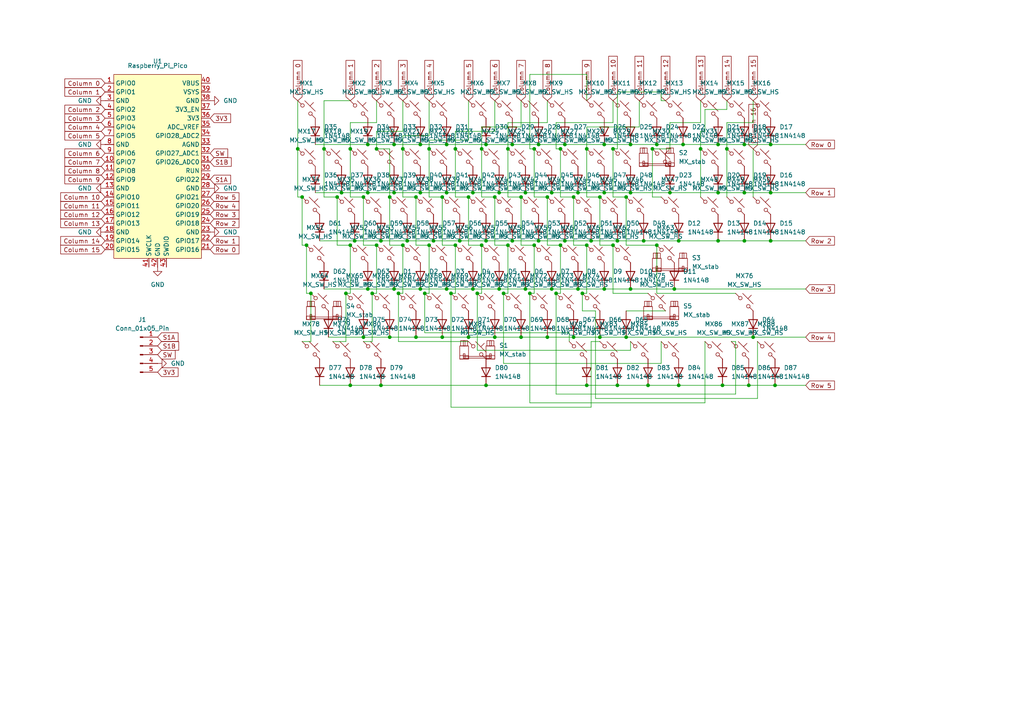
<source format=kicad_sch>
(kicad_sch (version 20231120) (generator "eeschema") (generator_version "8.0")
  (paper "A4")
  (junction (at 190.5 71.12))
  (junction (at 154.94 43.18))
  (junction (at 106.68 55.88))
  (junction (at 151.13 57.15))
  (junction (at 217.17 111.76))
  (junction (at 158.75 57.15))
  (junction (at 181.61 97.79))
  (junction (at 105.41 97.79))
  (junction (at 158.75 97.79))
  (junction (at 187.96 111.76))
  (junction (at 137.16 55.88))
  (junction (at 128.27 57.15))
  (junction (at 198.12 41.91))
  (junction (at 170.18 43.18))
  (junction (at 195.58 83.82))
  (junction (at 215.9 41.91))
  (junction (at 120.65 97.79))
  (junction (at 97.79 57.15))
  (junction (at 182.88 83.82))
  (junction (at 194.31 55.88))
  (junction (at 173.99 97.79))
  (junction (at 161.29 85.09))
  (junction (at 189.23 43.18))
  (junction (at 137.16 83.82))
  (junction (at 88.9 71.12))
  (junction (at 132.08 71.12))
  (junction (at 148.59 41.91))
  (junction (at 223.52 41.91))
  (junction (at 114.3 41.91))
  (junction (at 210.82 43.18))
  (junction (at 121.92 83.82))
  (junction (at 86.36 43.18))
  (junction (at 166.37 97.79))
  (junction (at 121.92 55.88))
  (junction (at 154.94 71.12))
  (junction (at 139.7 43.18))
  (junction (at 167.64 55.88))
  (junction (at 109.22 71.12))
  (junction (at 124.46 43.18))
  (junction (at 224.79 111.76))
  (junction (at 146.05 85.09))
  (junction (at 166.37 57.15))
  (junction (at 179.07 69.85))
  (junction (at 215.9 69.85))
  (junction (at 140.97 69.85))
  (junction (at 170.18 71.12))
  (junction (at 143.51 57.15))
  (junction (at 138.43 85.09))
  (junction (at 120.65 57.15))
  (junction (at 106.68 41.91))
  (junction (at 156.21 69.85))
  (junction (at 115.57 85.09))
  (junction (at 186.69 69.85))
  (junction (at 133.35 69.85))
  (junction (at 99.06 55.88))
  (junction (at 152.4 83.82))
  (junction (at 113.03 57.15))
  (junction (at 113.03 97.79))
  (junction (at 152.4 55.88))
  (junction (at 223.52 69.85))
  (junction (at 196.85 111.76))
  (junction (at 168.91 85.09))
  (junction (at 101.6 43.18))
  (junction (at 170.18 111.76))
  (junction (at 218.44 97.79))
  (junction (at 105.41 57.15))
  (junction (at 130.81 85.09))
  (junction (at 223.52 55.88))
  (junction (at 143.51 97.79))
  (junction (at 153.67 85.09))
  (junction (at 132.08 43.18))
  (junction (at 140.97 111.76))
  (junction (at 93.98 43.18))
  (junction (at 179.07 111.76))
  (junction (at 121.92 41.91))
  (junction (at 208.28 41.91))
  (junction (at 144.78 55.88))
  (junction (at 116.84 71.12))
  (junction (at 151.13 97.79))
  (junction (at 107.95 85.09))
  (junction (at 125.73 69.85))
  (junction (at 129.54 55.88))
  (junction (at 101.6 71.12))
  (junction (at 124.46 71.12))
  (junction (at 110.49 69.85))
  (junction (at 173.99 57.15))
  (junction (at 175.26 41.91))
  (junction (at 129.54 41.91))
  (junction (at 167.64 83.82))
  (junction (at 208.28 55.88))
  (junction (at 160.02 83.82))
  (junction (at 163.83 41.91))
  (junction (at 129.54 83.82))
  (junction (at 114.3 55.88))
  (junction (at 87.63 57.15))
  (junction (at 162.56 71.12))
  (junction (at 156.21 41.91))
  (junction (at 160.02 55.88))
  (junction (at 118.11 69.85))
  (junction (at 102.87 69.85))
  (junction (at 208.28 69.85))
  (junction (at 209.55 111.76))
  (junction (at 215.9 55.88))
  (junction (at 135.89 57.15))
  (junction (at 101.6 111.76))
  (junction (at 147.32 43.18))
  (junction (at 148.59 69.85))
  (junction (at 147.32 71.12))
  (junction (at 190.5 41.91))
  (junction (at 203.2 43.18))
  (junction (at 182.88 55.88))
  (junction (at 114.3 83.82))
  (junction (at 116.84 43.18))
  (junction (at 177.8 43.18))
  (junction (at 123.19 85.09))
  (junction (at 181.61 57.15))
  (junction (at 175.26 83.82))
  (junction (at 109.22 43.18))
  (junction (at 175.26 55.88))
  (junction (at 110.49 111.76))
  (junction (at 139.7 71.12))
  (junction (at 140.97 41.91))
  (junction (at 171.45 69.85))
  (junction (at 163.83 69.85))
  (junction (at 144.78 83.82))
  (junction (at 135.89 97.79))
  (junction (at 100.33 85.09))
  (junction (at 106.68 83.82))
  (junction (at 182.88 41.91))
  (junction (at 90.17 85.09))
  (junction (at 177.8 71.12))
  (junction (at 162.56 43.18))
  (junction (at 128.27 97.79))
  (junction (at 196.85 69.85))
  (wire (pts (xy 87.63 57.15) (xy 87.63 71.12)))
  (wire (pts (xy 191.77 105.41) (xy 191.77 99.06)))
  (wire (pts (xy 193.04 90.17) (xy 181.61 90.17)))
  (wire (pts (xy 133.35 69.85) (xy 140.97 69.85)))
  (wire (pts (xy 182.88 55.88) (xy 194.31 55.88)))
  (wire (pts (xy 147.32 71.12) (xy 147.32 85.09)))
  (wire (pts (xy 110.49 111.76) (xy 140.97 111.76)))
  (wire (pts (xy 170.18 57.15) (xy 173.99 57.15)))
  (wire (pts (xy 218.44 43.18) (xy 218.44 57.15)))
  (wire (pts (xy 218.44 35.56) (xy 210.82 35.56)))
  (wire (pts (xy 109.22 71.12) (xy 109.22 85.09)))
  (wire (pts (xy 132.08 85.09) (xy 130.81 85.09)))
  (wire (pts (xy 90.17 99.06) (xy 87.63 99.06)))
  (wire (pts (xy 135.89 71.12) (xy 139.7 71.12)))
  (wire (pts (xy 203.2 38.1) (xy 203.2 43.18)))
  (wire (pts (xy 101.6 111.76) (xy 110.49 111.76)))
  (wire (pts (xy 177.8 85.09) (xy 187.96 85.09)))
  (wire (pts (xy 213.36 114.3) (xy 213.36 99.06)))
  (wire (pts (xy 121.92 41.91) (xy 129.54 41.91)))
  (wire (pts (xy 204.47 99.06) (xy 204.47 116.84)))
  (wire (pts (xy 116.84 38.1) (xy 109.22 38.1)))
  (wire (pts (xy 124.46 39.37) (xy 116.84 39.37)))
  (wire (pts (xy 135.89 57.15) (xy 135.89 71.12)))
  (wire (pts (xy 175.26 83.82) (xy 182.88 83.82)))
  (wire (pts (xy 153.67 43.18) (xy 154.94 43.18)))
  (wire (pts (xy 182.88 41.91) (xy 190.5 41.91)))
  (wire (pts (xy 171.45 69.85) (xy 179.07 69.85)))
  (wire (pts (xy 190.5 71.12) (xy 190.5 85.09)))
  (wire (pts (xy 166.37 57.15) (xy 166.37 71.12)))
  (wire (pts (xy 168.91 90.17) (xy 172.72 90.17)))
  (wire (pts (xy 170.18 36.83) (xy 170.18 43.18)))
  (wire (pts (xy 120.65 71.12) (xy 124.46 71.12)))
  (wire (pts (xy 210.82 31.75) (xy 204.47 31.75)))
  (wire (pts (xy 114.3 41.91) (xy 121.92 41.91)))
  (wire (pts (xy 196.85 111.76) (xy 209.55 111.76)))
  (wire (pts (xy 139.7 36.83) (xy 139.7 43.18)))
  (wire (pts (xy 151.13 57.15) (xy 151.13 71.12)))
  (wire (pts (xy 124.46 57.15) (xy 128.27 57.15)))
  (wire (pts (xy 116.84 39.37) (xy 116.84 43.18)))
  (wire (pts (xy 160.02 55.88) (xy 167.64 55.88)))
  (wire (pts (xy 93.98 83.82) (xy 106.68 83.82)))
  (wire (pts (xy 116.84 85.09) (xy 115.57 85.09)))
  (wire (pts (xy 135.89 40.64) (xy 124.46 40.64)))
  (wire (pts (xy 170.18 29.21) (xy 170.18 21.59)))
  (wire (pts (xy 217.17 111.76) (xy 224.79 111.76)))
  (wire (pts (xy 109.22 35.56) (xy 101.6 35.56)))
  (wire (pts (xy 190.5 85.09) (xy 213.36 85.09)))
  (wire (pts (xy 196.85 69.85) (xy 208.28 69.85)))
  (wire (pts (xy 171.45 99.06) (xy 171.45 118.11)))
  (wire (pts (xy 170.18 21.59) (xy 153.67 21.59)))
  (wire (pts (xy 116.84 29.21) (xy 116.84 38.1)))
  (wire (pts (xy 224.79 111.76) (xy 233.68 111.76)))
  (wire (pts (xy 194.31 55.88) (xy 208.28 55.88)))
  (wire (pts (xy 132.08 38.1) (xy 132.08 43.18)))
  (wire (pts (xy 148.59 69.85) (xy 156.21 69.85)))
  (wire (pts (xy 175.26 55.88) (xy 182.88 55.88)))
  (wire (pts (xy 110.49 69.85) (xy 118.11 69.85)))
  (wire (pts (xy 106.68 41.91) (xy 114.3 41.91)))
  (wire (pts (xy 146.05 85.09) (xy 146.05 105.41)))
  (wire (pts (xy 118.11 69.85) (xy 125.73 69.85)))
  (wire (pts (xy 116.84 57.15) (xy 120.65 57.15)))
  (wire (pts (xy 143.51 71.12) (xy 147.32 71.12)))
  (wire (pts (xy 114.3 83.82) (xy 121.92 83.82)))
  (wire (pts (xy 101.6 57.15) (xy 105.41 57.15)))
  (wire (pts (xy 173.99 95.25) (xy 173.99 97.79)))
  (wire (pts (xy 173.99 57.15) (xy 173.99 71.12)))
  (wire (pts (xy 123.19 85.09) (xy 123.19 96.52)))
  (wire (pts (xy 182.88 83.82) (xy 195.58 83.82)))
  (wire (pts (xy 102.87 69.85) (xy 110.49 69.85)))
  (wire (pts (xy 177.8 43.18) (xy 177.8 57.15)))
  (wire (pts (xy 168.91 85.09) (xy 168.91 90.17)))
  (wire (pts (xy 173.99 99.06) (xy 171.45 99.06)))
  (wire (pts (xy 219.71 115.57) (xy 219.71 99.06)))
  (wire (pts (xy 156.21 69.85) (xy 163.83 69.85)))
  (wire (pts (xy 113.03 43.18) (xy 113.03 57.15)))
  (wire (pts (xy 163.83 69.85) (xy 171.45 69.85)))
  (wire (pts (xy 124.46 71.12) (xy 124.46 85.09)))
  (wire (pts (xy 187.96 111.76) (xy 196.85 111.76)))
  (wire (pts (xy 144.78 55.88) (xy 152.4 55.88)))
  (wire (pts (xy 177.8 29.21) (xy 177.8 35.56)))
  (wire (pts (xy 143.51 38.1) (xy 132.08 38.1)))
  (wire (pts (xy 154.94 71.12) (xy 154.94 85.09)))
  (wire (pts (xy 86.36 29.21) (xy 86.36 43.18)))
  (wire (pts (xy 223.52 69.85) (xy 233.68 69.85)))
  (wire (pts (xy 129.54 55.88) (xy 137.16 55.88)))
  (wire (pts (xy 208.28 41.91) (xy 215.9 41.91)))
  (wire (pts (xy 153.67 85.09) (xy 153.67 116.84)))
  (wire (pts (xy 189.23 43.18) (xy 189.23 57.15)))
  (wire (pts (xy 101.6 29.21) (xy 93.98 29.21)))
  (wire (pts (xy 100.33 85.09) (xy 100.33 99.06)))
  (wire (pts (xy 189.23 57.15) (xy 191.77 57.15)))
  (wire (pts (xy 129.54 41.91) (xy 140.97 41.91)))
  (wire (pts (xy 86.36 43.18) (xy 86.36 57.15)))
  (wire (pts (xy 152.4 83.82) (xy 160.02 83.82)))
  (wire (pts (xy 123.19 96.52) (xy 165.1 96.52)))
  (wire (pts (xy 179.07 43.18) (xy 177.8 43.18)))
  (wire (pts (xy 129.54 83.82) (xy 137.16 83.82)))
  (wire (pts (xy 97.79 57.15) (xy 97.79 71.12)))
  (wire (pts (xy 109.22 29.21) (xy 109.22 35.56)))
  (wire (pts (xy 116.84 43.18) (xy 116.84 57.15)))
  (wire (pts (xy 191.77 26.67) (xy 179.07 26.67)))
  (wire (pts (xy 179.07 69.85) (xy 186.69 69.85)))
  (wire (pts (xy 125.73 69.85) (xy 133.35 69.85)))
  (wire (pts (xy 151.13 97.79) (xy 158.75 97.79)))
  (wire (pts (xy 113.03 71.12) (xy 116.84 71.12)))
  (wire (pts (xy 121.92 83.82) (xy 129.54 83.82)))
  (wire (pts (xy 158.75 35.56) (xy 147.32 35.56)))
  (wire (pts (xy 128.27 71.12) (xy 132.08 71.12)))
  (wire (pts (xy 158.75 97.79) (xy 166.37 97.79)))
  (wire (pts (xy 167.64 83.82) (xy 175.26 83.82)))
  (wire (pts (xy 88.9 71.12) (xy 88.9 85.09)))
  (wire (pts (xy 182.88 101.6) (xy 182.88 99.06)))
  (wire (pts (xy 95.25 97.79) (xy 105.41 97.79)))
  (wire (pts (xy 92.71 111.76) (xy 101.6 111.76)))
  (wire (pts (xy 204.47 31.75) (xy 204.47 38.1)))
  (wire (pts (xy 140.97 41.91) (xy 148.59 41.91)))
  (wire (pts (xy 120.65 97.79) (xy 128.27 97.79)))
  (wire (pts (xy 162.56 71.12) (xy 162.56 85.09)))
  (wire (pts (xy 147.32 57.15) (xy 151.13 57.15)))
  (wire (pts (xy 204.47 38.1) (xy 203.2 38.1)))
  (wire (pts (xy 151.13 71.12) (xy 154.94 71.12)))
  (wire (pts (xy 179.07 111.76) (xy 187.96 111.76)))
  (wire (pts (xy 218.44 29.21) (xy 218.44 35.56)))
  (wire (pts (xy 147.32 43.18) (xy 147.32 57.15)))
  (wire (pts (xy 173.99 71.12) (xy 177.8 71.12)))
  (wire (pts (xy 215.9 41.91) (xy 223.52 41.91)))
  (wire (pts (xy 163.83 41.91) (xy 175.26 41.91)))
  (wire (pts (xy 215.9 69.85) (xy 223.52 69.85)))
  (wire (pts (xy 147.32 85.09) (xy 146.05 85.09)))
  (wire (pts (xy 115.57 99.06) (xy 135.89 99.06)))
  (wire (pts (xy 140.97 69.85) (xy 148.59 69.85)))
  (wire (pts (xy 124.46 29.21) (xy 124.46 39.37)))
  (wire (pts (xy 107.95 99.06) (xy 105.41 99.06)))
  (wire (pts (xy 132.08 71.12) (xy 132.08 85.09)))
  (wire (pts (xy 162.56 85.09) (xy 161.29 85.09)))
  (wire (pts (xy 132.08 57.15) (xy 135.89 57.15)))
  (wire (pts (xy 210.82 43.18) (xy 210.82 57.15)))
  (wire (pts (xy 172.72 115.57) (xy 219.71 115.57)))
  (wire (pts (xy 172.72 90.17) (xy 172.72 115.57)))
  (wire (pts (xy 130.81 85.09) (xy 130.81 118.11)))
  (wire (pts (xy 147.32 35.56) (xy 147.32 43.18)))
  (wire (pts (xy 148.59 41.91) (xy 156.21 41.91)))
  (wire (pts (xy 91.44 55.88) (xy 99.06 55.88)))
  (wire (pts (xy 171.45 118.11) (xy 130.81 118.11)))
  (wire (pts (xy 158.75 57.15) (xy 158.75 71.12)))
  (wire (pts (xy 223.52 55.88) (xy 233.68 55.88)))
  (wire (pts (xy 115.57 85.09) (xy 115.57 99.06)))
  (wire (pts (xy 101.6 71.12) (xy 101.6 85.09)))
  (wire (pts (xy 146.05 105.41) (xy 191.77 105.41)))
  (wire (pts (xy 113.03 97.79) (xy 120.65 97.79)))
  (wire (pts (xy 203.2 43.18) (xy 203.2 57.15)))
  (wire (pts (xy 135.89 97.79) (xy 143.51 97.79)))
  (wire (pts (xy 93.98 29.21) (xy 93.98 43.18)))
  (wire (pts (xy 124.46 43.18) (xy 124.46 57.15)))
  (wire (pts (xy 106.68 55.88) (xy 114.3 55.88)))
  (wire (pts (xy 86.36 57.15) (xy 87.63 57.15)))
  (wire (pts (xy 139.7 71.12) (xy 139.7 85.09)))
  (wire (pts (xy 128.27 57.15) (xy 128.27 71.12)))
  (wire (pts (xy 170.18 43.18) (xy 170.18 57.15)))
  (wire (pts (xy 107.95 85.09) (xy 107.95 99.06)))
  (wire (pts (xy 170.18 111.76) (xy 179.07 111.76)))
  (wire (pts (xy 137.16 83.82) (xy 144.78 83.82)))
  (wire (pts (xy 121.92 55.88) (xy 129.54 55.88)))
  (wire (pts (xy 109.22 85.09) (xy 107.95 85.09)))
  (wire (pts (xy 153.67 116.84) (xy 204.47 116.84)))
  (wire (pts (xy 105.41 71.12) (xy 109.22 71.12)))
  (wire (pts (xy 143.51 97.79) (xy 151.13 97.79)))
  (wire (pts (xy 166.37 71.12) (xy 170.18 71.12)))
  (wire (pts (xy 210.82 29.21) (xy 210.82 31.75)))
  (wire (pts (xy 190.5 41.91) (xy 198.12 41.91)))
  (wire (pts (xy 177.8 71.12) (xy 177.8 85.09)))
  (wire (pts (xy 208.28 55.88) (xy 215.9 55.88)))
  (wire (pts (xy 124.46 40.64) (xy 124.46 43.18)))
  (wire (pts (xy 151.13 36.83) (xy 139.7 36.83)))
  (wire (pts (xy 193.04 29.21) (xy 191.77 29.21)))
  (wire (pts (xy 185.42 36.83) (xy 170.18 36.83)))
  (wire (pts (xy 124.46 85.09) (xy 123.19 85.09)))
  (wire (pts (xy 203.2 35.56) (xy 194.31 35.56)))
  (wire (pts (xy 194.31 35.56) (xy 194.31 43.18)))
  (wire (pts (xy 109.22 38.1) (xy 109.22 43.18)))
  (wire (pts (xy 100.33 99.06) (xy 96.52 99.06)))
  (wire (pts (xy 143.51 29.21) (xy 143.51 38.1)))
  (wire (pts (xy 173.99 97.79) (xy 181.61 97.79)))
  (wire (pts (xy 208.28 69.85) (xy 215.9 69.85)))
  (wire (pts (xy 161.29 43.18) (xy 162.56 43.18)))
  (wire (pts (xy 181.61 57.15) (xy 181.61 71.12)))
  (wire (pts (xy 152.4 55.88) (xy 160.02 55.88)))
  (wire (pts (xy 97.79 71.12) (xy 101.6 71.12)))
  (wire (pts (xy 156.21 41.91) (xy 163.83 41.91)))
  (wire (pts (xy 162.56 57.15) (xy 166.37 57.15)))
  (wire (pts (xy 91.44 41.91) (xy 106.68 41.91)))
  (wire (pts (xy 154.94 43.18) (xy 154.94 57.15)))
  (wire (pts (xy 170.18 71.12) (xy 170.18 85.09)))
  (wire (pts (xy 101.6 35.56) (xy 101.6 43.18)))
  (wire (pts (xy 120.65 57.15) (xy 120.65 71.12)))
  (wire (pts (xy 158.75 71.12) (xy 162.56 71.12)))
  (wire (pts (xy 101.6 43.18) (xy 101.6 57.15)))
  (wire (pts (xy 194.31 43.18) (xy 189.23 43.18)))
  (wire (pts (xy 195.58 83.82) (xy 233.68 83.82)))
  (wire (pts (xy 88.9 85.09) (xy 90.17 85.09)))
  (wire (pts (xy 177.8 35.56) (xy 161.29 35.56)))
  (wire (pts (xy 138.43 101.6) (xy 182.88 101.6)))
  (wire (pts (xy 215.9 55.88) (xy 223.52 55.88)))
  (wire (pts (xy 213.36 99.06) (xy 212.09 99.06)))
  (wire (pts (xy 116.84 71.12) (xy 116.84 85.09)))
  (wire (pts (xy 87.63 71.12) (xy 88.9 71.12)))
  (wire (pts (xy 144.78 83.82) (xy 152.4 83.82)))
  (wire (pts (xy 161.29 35.56) (xy 161.29 43.18)))
  (wire (pts (xy 135.89 29.21) (xy 135.89 40.64)))
  (wire (pts (xy 153.67 21.59) (xy 153.67 43.18)))
  (wire (pts (xy 139.7 43.18) (xy 139.7 57.15)))
  (wire (pts (xy 209.55 111.76) (xy 217.17 111.76)))
  (wire (pts (xy 165.1 96.52) (xy 165.1 99.06)))
  (wire (pts (xy 175.26 41.91) (xy 182.88 41.91)))
  (wire (pts (xy 139.7 85.09) (xy 138.43 85.09)))
  (wire (pts (xy 138.43 85.09) (xy 138.43 101.6)))
  (wire (pts (xy 160.02 83.82) (xy 167.64 83.82)))
  (wire (pts (xy 161.29 85.09) (xy 161.29 114.3)))
  (wire (pts (xy 139.7 57.15) (xy 143.51 57.15)))
  (wire (pts (xy 93.98 43.18) (xy 93.98 57.15)))
  (wire (pts (xy 210.82 35.56) (xy 210.82 43.18)))
  (wire (pts (xy 114.3 55.88) (xy 121.92 55.88)))
  (wire (pts (xy 143.51 57.15) (xy 143.51 71.12)))
  (wire (pts (xy 181.61 71.12) (xy 190.5 71.12)))
  (wire (pts (xy 99.06 55.88) (xy 106.68 55.88)))
  (wire (pts (xy 158.75 29.21) (xy 158.75 35.56)))
  (wire (pts (xy 106.68 83.82) (xy 114.3 83.82)))
  (wire (pts (xy 105.41 97.79) (xy 113.03 97.79)))
  (wire (pts (xy 113.03 57.15) (xy 113.03 71.12)))
  (wire (pts (xy 105.41 57.15) (xy 105.41 71.12)))
  (wire (pts (xy 185.42 29.21) (xy 185.42 36.83)))
  (wire (pts (xy 132.08 43.18) (xy 132.08 57.15)))
  (wire (pts (xy 109.22 43.18) (xy 113.03 43.18)))
  (wire (pts (xy 198.12 41.91) (xy 208.28 41.91)))
  (wire (pts (xy 166.37 97.79) (xy 173.99 97.79)))
  (wire (pts (xy 140.97 111.76) (xy 170.18 111.76)))
  (wire (pts (xy 223.52 41.91) (xy 233.68 41.91)))
  (wire (pts (xy 154.94 85.09) (xy 153.67 85.09)))
  (wire (pts (xy 154.94 57.15) (xy 158.75 57.15)))
  (wire (pts (xy 203.2 29.21) (xy 203.2 35.56)))
  (wire (pts (xy 177.8 57.15) (xy 181.61 57.15)))
  (wire (pts (xy 162.56 43.18) (xy 162.56 57.15)))
  (wire (pts (xy 137.16 55.88) (xy 144.78 55.88)))
  (wire (pts (xy 167.64 55.88) (xy 175.26 55.88)))
  (wire (pts (xy 170.18 85.09) (xy 168.91 85.09)))
  (wire (pts (xy 218.44 97.79) (xy 233.68 97.79)))
  (wire (pts (xy 181.61 97.79) (xy 218.44 97.79)))
  (wire (pts (xy 128.27 97.79) (xy 135.89 97.79)))
  (wire (pts (xy 191.77 29.21) (xy 191.77 26.67)))
  (wire (pts (xy 151.13 29.21) (xy 151.13 36.83)))
  (wire (pts (xy 101.6 85.09) (xy 100.33 85.09)))
  (wire (pts (xy 93.98 57.15) (xy 97.79 57.15)))
  (wire (pts (xy 90.17 85.09) (xy 90.17 99.06)))
  (wire (pts (xy 179.07 26.67) (xy 179.07 43.18)))
  (wire (pts (xy 161.29 114.3) (xy 213.36 114.3)))
  (wire (pts (xy 186.69 69.85) (xy 196.85 69.85)))
  (wire (pts (xy 92.71 69.85) (xy 102.87 69.85)))
  (global_label "Column 14" (shape input) (at 210.82 29.21 90) (property "Intersheetrefs" "${INTERSHEET_REFS}" (effects (hide yes))))
  (global_label "Row 3" (shape input) (at 60.96 62.23 0) (property "Intersheetrefs" "${INTERSHEET_REFS}" (effects (hide yes))))
  (global_label "S1B" (shape input) (at 60.96 46.99 0) (property "Intersheetrefs" "${INTERSHEET_REFS}" (effects (hide yes))))
  (global_label "Row 5" (shape input) (at 60.96 57.15 0) (property "Intersheetrefs" "${INTERSHEET_REFS}" (effects (hide yes))))
  (global_label "Row 5" (shape input) (at 233.68 111.76 0) (property "Intersheetrefs" "${INTERSHEET_REFS}" (effects (hide yes))))
  (global_label "Row 3" (shape input) (at 233.68 83.82 0) (property "Intersheetrefs" "${INTERSHEET_REFS}" (effects (hide yes))))
  (global_label "Row 2" (shape input) (at 60.96 64.77 0) (property "Intersheetrefs" "${INTERSHEET_REFS}" (effects (hide yes))))
  (global_label "Column 1" (shape input) (at 101.6 29.21 90) (property "Intersheetrefs" "${INTERSHEET_REFS}" (effects (hide yes))))
  (global_label "Column 3" (shape input) (at 30.48 34.29 180) (property "Intersheetrefs" "${INTERSHEET_REFS}" (effects (hide yes))))
  (global_label "Column 10" (shape input) (at 30.48 57.15 180) (property "Intersheetrefs" "${INTERSHEET_REFS}" (effects (hide yes))))
  (global_label "Column 13" (shape input) (at 30.48 64.77 180) (property "Intersheetrefs" "${INTERSHEET_REFS}" (effects (hide yes))))
  (global_label "Column 0" (shape input) (at 30.48 24.13 180) (property "Intersheetrefs" "${INTERSHEET_REFS}" (effects (hide yes))))
  (global_label "Column 0" (shape input) (at 86.36 29.21 90) (property "Intersheetrefs" "${INTERSHEET_REFS}" (effects (hide yes))))
  (global_label "Column 11" (shape input) (at 185.42 29.21 90) (property "Intersheetrefs" "${INTERSHEET_REFS}" (effects (hide yes))))
  (global_label "Column 9" (shape input) (at 30.48 52.07 180) (property "Intersheetrefs" "${INTERSHEET_REFS}" (effects (hide yes))))
  (global_label "Row 0" (shape input) (at 60.96 72.39 0) (property "Intersheetrefs" "${INTERSHEET_REFS}" (effects (hide yes))))
  (global_label "S1A" (shape input) (at 45.72 97.79 0) (property "Intersheetrefs" "${INTERSHEET_REFS}" (effects (hide yes))))
  (global_label "Column 16" (shape input) (at 218.44 43.18 90) (property "Intersheetrefs" "${INTERSHEET_REFS}" (effects (hide yes))))
  (global_label "3V3" (shape input) (at 60.96 34.29 0) (property "Intersheetrefs" "${INTERSHEET_REFS}" (effects (hide yes))))
  (global_label "Row 4" (shape input) (at 60.96 59.69 0) (property "Intersheetrefs" "${INTERSHEET_REFS}" (effects (hide yes))))
  (global_label "S1A" (shape input) (at 60.96 52.07 0) (property "Intersheetrefs" "${INTERSHEET_REFS}" (effects (hide yes))))
  (global_label "Column 1" (shape input) (at 30.48 26.67 180) (property "Intersheetrefs" "${INTERSHEET_REFS}" (effects (hide yes))))
  (global_label "Row 4" (shape input) (at 233.68 97.79 0) (property "Intersheetrefs" "${INTERSHEET_REFS}" (effects (hide yes))))
  (global_label "Column 9" (shape input) (at 170.18 29.21 90) (property "Intersheetrefs" "${INTERSHEET_REFS}" (effects (hide yes))))
  (global_label "Column 6" (shape input) (at 30.48 44.45 180) (property "Intersheetrefs" "${INTERSHEET_REFS}" (effects (hide yes))))
  (global_label "Column 15" (shape input) (at 218.44 29.21 90) (property "Intersheetrefs" "${INTERSHEET_REFS}" (effects (hide yes))))
  (global_label "S1B" (shape input) (at 45.72 100.33 0) (property "Intersheetrefs" "${INTERSHEET_REFS}" (effects (hide yes))))
  (global_label "SW" (shape input) (at 45.72 102.87 0) (property "Intersheetrefs" "${INTERSHEET_REFS}" (effects (hide yes))))
  (global_label "Column 12" (shape input) (at 193.04 29.21 90) (property "Intersheetrefs" "${INTERSHEET_REFS}" (effects (hide yes))))
  (global_label "Row 1" (shape input) (at 233.68 55.88 0) (property "Intersheetrefs" "${INTERSHEET_REFS}" (effects (hide yes))))
  (global_label "Column 11" (shape input) (at 30.48 59.69 180) (property "Intersheetrefs" "${INTERSHEET_REFS}" (effects (hide yes))))
  (global_label "Row 1" (shape input) (at 60.96 69.85 0) (property "Intersheetrefs" "${INTERSHEET_REFS}" (effects (hide yes))))
  (global_label "Column 4" (shape input) (at 30.48 36.83 180) (property "Intersheetrefs" "${INTERSHEET_REFS}" (effects (hide yes))))
  (global_label "Column 8" (shape input) (at 158.75 29.21 90) (property "Intersheetrefs" "${INTERSHEET_REFS}" (effects (hide yes))))
  (global_label "Column 5" (shape input) (at 135.89 29.21 90) (property "Intersheetrefs" "${INTERSHEET_REFS}" (effects (hide yes))))
  (global_label "Column 6" (shape input) (at 143.51 29.21 90) (property "Intersheetrefs" "${INTERSHEET_REFS}" (effects (hide yes))))
  (global_label "Column 3" (shape input) (at 116.84 29.21 90) (property "Intersheetrefs" "${INTERSHEET_REFS}" (effects (hide yes))))
  (global_label "Column 10" (shape input) (at 177.8 29.21 90) (property "Intersheetrefs" "${INTERSHEET_REFS}" (effects (hide yes))))
  (global_label "Column 7" (shape input) (at 151.13 29.21 90) (property "Intersheetrefs" "${INTERSHEET_REFS}" (effects (hide yes))))
  (global_label "Column 7" (shape input) (at 30.48 46.99 180) (property "Intersheetrefs" "${INTERSHEET_REFS}" (effects (hide yes))))
  (global_label "3V3" (shape input) (at 45.72 107.95 0) (property "Intersheetrefs" "${INTERSHEET_REFS}" (effects (hide yes))))
  (global_label "Row 2" (shape input) (at 233.68 69.85 0) (property "Intersheetrefs" "${INTERSHEET_REFS}" (effects (hide yes))))
  (global_label "Column 12" (shape input) (at 30.48 62.23 180) (property "Intersheetrefs" "${INTERSHEET_REFS}" (effects (hide yes))))
  (global_label "SW" (shape input) (at 60.96 44.45 0) (property "Intersheetrefs" "${INTERSHEET_REFS}" (effects (hide yes))))
  (global_label "Column 13" (shape input) (at 203.2 29.21 90) (property "Intersheetrefs" "${INTERSHEET_REFS}" (effects (hide yes))))
  (global_label "Column 15" (shape input) (at 30.48 72.39 180) (property "Intersheetrefs" "${INTERSHEET_REFS}" (effects (hide yes))))
  (global_label "Column 2" (shape input) (at 30.48 31.75 180) (property "Intersheetrefs" "${INTERSHEET_REFS}" (effects (hide yes))))
  (global_label "Row 0" (shape input) (at 233.68 41.91 0) (property "Intersheetrefs" "${INTERSHEET_REFS}" (effects (hide yes))))
  (global_label "Column 4" (shape input) (at 124.46 29.21 90) (property "Intersheetrefs" "${INTERSHEET_REFS}" (effects (hide yes))))
  (global_label "Column 14" (shape input) (at 30.48 69.85 180) (property "Intersheetrefs" "${INTERSHEET_REFS}" (effects (hide yes))))
  (global_label "Column 5" (shape input) (at 30.48 39.37 180) (property "Intersheetrefs" "${INTERSHEET_REFS}" (effects (hide yes))))
  (global_label "Column 2" (shape input) (at 109.22 29.21 90) (property "Intersheetrefs" "${INTERSHEET_REFS}" (effects (hide yes))))
  (global_label "Column 8" (shape input) (at 30.48 49.53 180) (property "Intersheetrefs" "${INTERSHEET_REFS}" (effects (hide yes))))
  (symbol (lib_id "Diode:1N4148") (at 182.88 52.07 90) (unit 1)
    (property "Reference" "D48" (at 185.42 50.7999 90) (effects (justify right)))
    (property "Value" "1N4148" (at 185.42 53.3399 90) (effects (justify right)))
    (property "Footprint" "Diode_THT:D_DO-35_SOD27_P7.62mm_Horizontal" (effects (hide yes)))
    (property "Datasheet" "https://assets.nexperia.com/documents/data-sheet/1N4148_1N4448.pdf" (effects (hide yes)))
    (property "Description" "100V 0.15A standard switching diode, DO-35" (effects (hide yes)))
    (property "Sim.Device" "D" (effects (hide yes)))
    (property "Sim.Pins" "1=K 2=A" (effects (hide yes)))
  )
  (symbol (lib_id "PCM_marbastlib-mx:MX_SW_HS_KS-2P02B01-01") (at 138.43 59.69 0) (unit 1)
    (property "Reference" "MX40" (at 138.43 52.07 0))
    (property "Value" "MX_SW_HS" (at 138.43 54.61 0))
    (property "Footprint" "PCM_marbastlib-xp-mx:SW_MX_HS_KS-2P02B01-01_1u" (effects (hide yes)))
    (property "Description" "Push button switch, normally open, two pins, 45° tilted, Gateron KS-2P02B01-01 for Cherry MX style switches" (effects (hide yes)))
  )
  (symbol (lib_id "Diode:1N4148") (at 160.02 52.07 90) (unit 1)
    (property "Reference" "D45" (at 162.56 50.7999 90) (effects (justify right)))
    (property "Value" "1N4148" (at 162.56 53.3399 90) (effects (justify right)))
    (property "Footprint" "Diode_THT:D_DO-35_SOD27_P7.62mm_Horizontal" (effects (hide yes)))
    (property "Datasheet" "https://assets.nexperia.com/documents/data-sheet/1N4148_1N4448.pdf" (effects (hide yes)))
    (property "Description" "100V 0.15A standard switching diode, DO-35" (effects (hide yes)))
    (property "Sim.Device" "D" (effects (hide yes)))
    (property "Sim.Pins" "1=K 2=A" (effects (hide yes)))
  )
  (symbol (lib_id "PCM_marbastlib-mx:MX_SW_HS_KS-2P02B01-01") (at 148.59 87.63 0) (unit 1)
    (property "Reference" "MX71" (at 148.59 80.01 0))
    (property "Value" "MX_SW_HS" (at 148.59 82.55 0))
    (property "Footprint" "PCM_marbastlib-xp-mx:SW_MX_HS_KS-2P02B01-01_1u" (effects (hide yes)))
    (property "Description" "Push button switch, normally open, two pins, 45° tilted, Gateron KS-2P02B01-01 for Cherry MX style switches" (effects (hide yes)))
  )
  (symbol (lib_id "PCM_marbastlib-mx:MX_SW_HS_KS-2P02B01-01") (at 119.38 73.66 0) (unit 1)
    (property "Reference" "MX54" (at 119.38 66.04 0))
    (property "Value" "MX_SW_HS" (at 119.38 68.58 0))
    (property "Footprint" "PCM_marbastlib-xp-mx:SW_MX_HS_KS-2P02B01-01_1u" (effects (hide yes)))
    (property "Description" "Push button switch, normally open, two pins, 45° tilted, Gateron KS-2P02B01-01 for Cherry MX style switches" (effects (hide yes)))
  )
  (symbol (lib_id "PCM_marbastlib-mx:MX_SW_HS_KS-2P02B01-01") (at 205.74 31.75 0) (unit 1)
    (property "Reference" "MX14" (at 205.74 24.13 0))
    (property "Value" "MX_SW_HS" (at 205.74 26.67 0))
    (property "Footprint" "PCM_marbastlib-xp-mx:SW_MX_HS_KS-2P02B01-01_1u" (effects (hide yes)))
    (property "Description" "Push button switch, normally open, two pins, 45° tilted, Gateron KS-2P02B01-01 for Cherry MX style switches" (effects (hide yes)))
  )
  (symbol (lib_id "PCM_marbastlib-mx:MX_SW_HS_KS-2P02B01-01") (at 157.48 73.66 0) (unit 1)
    (property "Reference" "MX59" (at 157.48 66.04 0))
    (property "Value" "MX_SW_HS" (at 157.48 68.58 0))
    (property "Footprint" "PCM_marbastlib-xp-mx:SW_MX_HS_KS-2P02B01-01_1u" (effects (hide yes)))
    (property "Description" "Push button switch, normally open, two pins, 45° tilted, Gateron KS-2P02B01-01 for Cherry MX style switches" (effects (hide yes)))
  )
  (symbol (lib_id "PCM_marbastlib-mx:MX_SW_HS_KS-2P02B01-01") (at 104.14 73.66 0) (unit 1)
    (property "Reference" "MX52" (at 104.14 66.04 0))
    (property "Value" "MX_SW_HS" (at 104.14 68.58 0))
    (property "Footprint" "PCM_marbastlib-xp-mx:SW_MX_HS_KS-2P02B01-01_1u" (effects (hide yes)))
    (property "Description" "Push button switch, normally open, two pins, 45° tilted, Gateron KS-2P02B01-01 for Cherry MX style switches" (effects (hide yes)))
  )
  (symbol (lib_id "Diode:1N4148") (at 175.26 38.1 90) (unit 1)
    (property "Reference" "D26" (at 177.8 36.8299 90) (effects (justify right)))
    (property "Value" "1N4148" (at 177.8 39.3699 90) (effects (justify right)))
    (property "Footprint" "Diode_THT:D_DO-35_SOD27_P7.62mm_Horizontal" (effects (hide yes)))
    (property "Datasheet" "https://assets.nexperia.com/documents/data-sheet/1N4148_1N4448.pdf" (effects (hide yes)))
    (property "Description" "100V 0.15A standard switching diode, DO-35" (effects (hide yes)))
    (property "Sim.Device" "D" (effects (hide yes)))
    (property "Sim.Pins" "1=K 2=A" (effects (hide yes)))
  )
  (symbol (lib_id "Diode:1N4148") (at 148.59 38.1 90) (unit 1)
    (property "Reference" "D29" (at 151.13 36.8299 90) (effects (justify right)))
    (property "Value" "1N4148" (at 151.13 39.3699 90) (effects (justify right)))
    (property "Footprint" "Diode_THT:D_DO-35_SOD27_P7.62mm_Horizontal" (effects (hide yes)))
    (property "Datasheet" "https://assets.nexperia.com/documents/data-sheet/1N4148_1N4448.pdf" (effects (hide yes)))
    (property "Description" "100V 0.15A standard switching diode, DO-35" (effects (hide yes)))
    (property "Sim.Device" "D" (effects (hide yes)))
    (property "Sim.Pins" "1=K 2=A" (effects (hide yes)))
  )
  (symbol (lib_id "PCM_marbastlib-mx:MX_SW_HS_KS-2P02B01-01") (at 207.01 101.6 0) (unit 1)
    (property "Reference" "MX86" (at 207.01 93.98 0))
    (property "Value" "MX_SW_HS" (at 207.01 96.52 0))
    (property "Footprint" "PCM_marbastlib-xp-mx:SW_MX_HS_KS-2P02B01-01_1u" (effects (hide yes)))
    (property "Description" "Push button switch, normally open, two pins, 45° tilted, Gateron KS-2P02B01-01 for Cherry MX style switches" (effects (hide yes)))
  )
  (symbol (lib_id "PCM_marbastlib-mx:MX_SW_HS_KS-2P02B01-01") (at 220.98 31.75 0) (unit 1)
    (property "Reference" "MX16" (at 220.98 24.13 0))
    (property "Value" "MX_SW_HS" (at 220.98 26.67 0))
    (property "Footprint" "PCM_marbastlib-xp-mx:SW_MX_HS_KS-2P02B01-01_1u" (effects (hide yes)))
    (property "Description" "Push button switch, normally open, two pins, 45° tilted, Gateron KS-2P02B01-01 for Cherry MX style switches" (effects (hide yes)))
  )
  (symbol (lib_id "Diode:1N4148") (at 156.21 38.1 90) (unit 1)
    (property "Reference" "D28" (at 158.75 36.8299 90) (effects (justify right)))
    (property "Value" "1N4148" (at 158.75 39.3699 90) (effects (justify right)))
    (property "Footprint" "Diode_THT:D_DO-35_SOD27_P7.62mm_Horizontal" (effects (hide yes)))
    (property "Datasheet" "https://assets.nexperia.com/documents/data-sheet/1N4148_1N4448.pdf" (effects (hide yes)))
    (property "Description" "100V 0.15A standard switching diode, DO-35" (effects (hide yes)))
    (property "Sim.Device" "D" (effects (hide yes)))
    (property "Sim.Pins" "1=K 2=A" (effects (hide yes)))
  )
  (symbol (lib_id "Diode:1N4148") (at 114.3 52.07 90) (unit 1)
    (property "Reference" "D39" (at 116.84 50.7999 90) (effects (justify right)))
    (property "Value" "1N4148" (at 116.84 53.3399 90) (effects (justify right)))
    (property "Footprint" "Diode_THT:D_DO-35_SOD27_P7.62mm_Horizontal" (effects (hide yes)))
    (property "Datasheet" "https://assets.nexperia.com/documents/data-sheet/1N4148_1N4448.pdf" (effects (hide yes)))
    (property "Description" "100V 0.15A standard switching diode, DO-35" (effects (hide yes)))
    (property "Sim.Device" "D" (effects (hide yes)))
    (property "Sim.Pins" "1=K 2=A" (effects (hide yes)))
  )
  (symbol (lib_id "PCM_marbastlib-mx:MX_SW_HS_KS-2P02B01-01") (at 194.31 101.6 0) (unit 1)
    (property "Reference" "MX85" (at 194.31 93.98 0))
    (property "Value" "MX_SW_HS" (at 194.31 96.52 0))
    (property "Footprint" "PCM_marbastlib-xp-mx:SW_MX_HS_KS-2P02B01-01_1u" (effects (hide yes)))
    (property "Description" "Push button switch, normally open, two pins, 45° tilted, Gateron KS-2P02B01-01 for Cherry MX style switches" (effects (hide yes)))
  )
  (symbol (lib_id "Diode:1N4148") (at 215.9 38.1 90) (unit 1)
    (property "Reference" "D18" (at 218.44 36.8299 90) (effects (justify right)))
    (property "Value" "1N4148" (at 218.44 39.3699 90) (effects (justify right)))
    (property "Footprint" "Diode_THT:D_DO-35_SOD27_P7.62mm_Horizontal" (effects (hide yes)))
    (property "Datasheet" "https://assets.nexperia.com/documents/data-sheet/1N4148_1N4448.pdf" (effects (hide yes)))
    (property "Description" "100V 0.15A standard switching diode, DO-35" (effects (hide yes)))
    (property "Sim.Device" "D" (effects (hide yes)))
    (property "Sim.Pins" "1=K 2=A" (effects (hide yes)))
  )
  (symbol (lib_id "Diode:1N4148") (at 120.65 93.98 90) (unit 1)
    (property "Reference" "D73" (at 123.19 92.7099 90) (effects (justify right)))
    (property "Value" "1N4148" (at 123.19 95.2499 90) (effects (justify right)))
    (property "Footprint" "Diode_THT:D_DO-35_SOD27_P7.62mm_Horizontal" (effects (hide yes)))
    (property "Datasheet" "https://assets.nexperia.com/documents/data-sheet/1N4148_1N4448.pdf" (effects (hide yes)))
    (property "Description" "100V 0.15A standard switching diode, DO-35" (effects (hide yes)))
    (property "Sim.Device" "D" (effects (hide yes)))
    (property "Sim.Pins" "1=K 2=A" (effects (hide yes)))
  )
  (symbol (lib_id "PCM_marbastlib-mx:MX_SW_HS_KS-2P02B01-01") (at 165.1 45.72 0) (unit 1)
    (property "Reference" "MX27" (at 165.1 38.1 0))
    (property "Value" "MX_SW_HS" (at 165.1 40.64 0))
    (property "Footprint" "PCM_marbastlib-xp-mx:SW_MX_HS_KS-2P02B01-01_1u" (effects (hide yes)))
    (property "Description" "Push button switch, normally open, two pins, 45° tilted, Gateron KS-2P02B01-01 for Cherry MX style switches" (effects (hide yes)))
  )
  (symbol (lib_id "Diode:1N4148") (at 186.69 66.04 90) (unit 1)
    (property "Reference" "D49" (at 189.23 64.7699 90) (effects (justify right)))
    (property "Value" "1N4148" (at 189.23 67.3099 90) (effects (justify right)))
    (property "Footprint" "Diode_THT:D_DO-35_SOD27_P7.62mm_Horizontal" (effects (hide yes)))
    (property "Datasheet" "https://assets.nexperia.com/documents/data-sheet/1N4148_1N4448.pdf" (effects (hide yes)))
    (property "Description" "100V 0.15A standard switching diode, DO-35" (effects (hide yes)))
    (property "Sim.Device" "D" (effects (hide yes)))
    (property "Sim.Pins" "1=K 2=A" (effects (hide yes)))
  )
  (symbol (lib_id "PCM_marbastlib-mx:MX_SW_HS_KS-2P02B01-01") (at 172.72 45.72 0) (unit 1)
    (property "Reference" "MX28" (at 172.72 38.1 0))
    (property "Value" "MX_SW_HS" (at 172.72 40.64 0))
    (property "Footprint" "PCM_marbastlib-xp-mx:SW_MX_HS_KS-2P02B01-01_1u" (effects (hide yes)))
    (property "Description" "Push button switch, normally open, two pins, 45° tilted, Gateron KS-2P02B01-01 for Cherry MX style switches" (effects (hide yes)))
  )
  (symbol (lib_id "PCM_marbastlib-mx:MX_SW_HS_KS-2P02B01-01") (at 165.1 73.66 0) (unit 1)
    (property "Reference" "MX60" (at 165.1 66.04 0))
    (property "Value" "MX_SW_HS" (at 165.1 68.58 0))
    (property "Footprint" "PCM_marbastlib-xp-mx:SW_MX_HS_KS-2P02B01-01_1u" (effects (hide yes)))
    (property "Description" "Push button switch, normally open, two pins, 45° tilted, Gateron KS-2P02B01-01 for Cherry MX style switches" (effects (hide yes)))
  )
  (symbol (lib_id "PCM_marbastlib-mx:MX_SW_HS_KS-2P02B01-01") (at 214.63 101.6 0) (unit 1)
    (property "Reference" "MX87" (at 214.63 93.98 0))
    (property "Value" "MX_SW_HS" (at 214.63 96.52 0))
    (property "Footprint" "PCM_marbastlib-xp-mx:SW_MX_HS_KS-2P02B01-01_1u" (effects (hide yes)))
    (property "Description" "Push button switch, normally open, two pins, 45° tilted, Gateron KS-2P02B01-01 for Cherry MX style switches" (effects (hide yes)))
  )
  (symbol (lib_id "PCM_marbastlib-mx:MX_SW_HS_KS-2P02B01-01") (at 91.44 73.66 0) (unit 1)
    (property "Reference" "MX51" (at 91.44 66.04 0))
    (property "Value" "MX_SW_HS" (at 91.44 68.58 0))
    (property "Footprint" "PCM_marbastlib-xp-mx:SW_MX_HS_KS-2P02B01-01_1u" (effects (hide yes)))
    (property "Description" "Push button switch, normally open, two pins, 45° tilted, Gateron KS-2P02B01-01 for Cherry MX style switches" (effects (hide yes)))
  )
  (symbol (lib_id "PCM_marbastlib-mx:MX_SW_HS_KS-2P02B01-01") (at 134.62 73.66 0) (unit 1)
    (property "Reference" "MX56" (at 134.62 66.04 0))
    (property "Value" "MX_SW_HS" (at 134.62 68.58 0))
    (property "Footprint" "PCM_marbastlib-xp-mx:SW_MX_HS_KS-2P02B01-01_1u" (effects (hide yes)))
    (property "Description" "Push button switch, normally open, two pins, 45° tilted, Gateron KS-2P02B01-01 for Cherry MX style switches" (effects (hide yes)))
  )
  (symbol (lib_id "PCM_marbastlib-mx:MX_SW_HS_KS-2P02B01-01") (at 92.71 87.63 0) (unit 1)
    (property "Reference" "MX64" (at 92.71 80.01 0))
    (property "Value" "MX_SW_HS" (at 92.71 82.55 0))
    (property "Footprint" "PCM_marbastlib-xp-mx:SW_MX_HS_KS-2P02B01-01_1u" (effects (hide yes)))
    (property "Description" "Push button switch, normally open, two pins, 45° tilted, Gateron KS-2P02B01-01 for Cherry MX style switches" (effects (hide yes)))
  )
  (symbol (lib_id "Diode:1N4148") (at 179.07 107.95 90) (unit 1)
    (property "Reference" "D82" (at 181.61 106.6799 90) (effects (justify right)))
    (property "Value" "1N4148" (at 181.61 109.2199 90) (effects (justify right)))
    (property "Footprint" "Diode_THT:D_DO-35_SOD27_P7.62mm_Horizontal" (effects (hide yes)))
    (property "Datasheet" "https://assets.nexperia.com/documents/data-sheet/1N4148_1N4448.pdf" (effects (hide yes)))
    (property "Description" "100V 0.15A standard switching diode, DO-35" (effects (hide yes)))
    (property "Sim.Device" "D" (effects (hide yes)))
    (property "Sim.Pins" "1=K 2=A" (effects (hide yes)))
  )
  (symbol (lib_id "Diode:1N4148") (at 101.6 107.95 90) (unit 1)
    (property "Reference" "D78" (at 104.14 106.6799 90) (effects (justify right)))
    (property "Value" "1N4148" (at 104.14 109.2199 90) (effects (justify right)))
    (property "Footprint" "Diode_THT:D_DO-35_SOD27_P7.62mm_Horizontal" (effects (hide yes)))
    (property "Datasheet" "https://assets.nexperia.com/documents/data-sheet/1N4148_1N4448.pdf" (effects (hide yes)))
    (property "Description" "100V 0.15A standard switching diode, DO-35" (effects (hide yes)))
    (property "Sim.Device" "D" (effects (hide yes)))
    (property "Sim.Pins" "1=K 2=A" (effects (hide yes)))
  )
  (symbol (lib_id "PCM_marbastlib-mx:MX_SW_HS_KS-2P02B01-01") (at 191.77 45.72 0) (unit 1)
    (property "Reference" "MX30" (at 191.77 38.1 0))
    (property "Value" "MX_SW_HS" (at 191.77 40.64 0))
    (property "Footprint" "PCM_marbastlib-xp-mx:SW_MX_HS_KS-2P02B01-01_1u" (effects (hide yes)))
    (property "Description" "Push button switch, normally open, two pins, 45° tilted, Gateron KS-2P02B01-01 for Cherry MX style switches" (effects (hide yes)))
  )
  (symbol (lib_id "PCM_marbastlib-mx:MX_SW_HS_KS-2P02B01-01") (at 133.35 87.63 0) (unit 1)
    (property "Reference" "MX69" (at 133.35 80.01 0))
    (property "Value" "MX_SW_HS" (at 133.35 82.55 0))
    (property "Footprint" "PCM_marbastlib-xp-mx:SW_MX_HS_KS-2P02B01-01_1u" (effects (hide yes)))
    (property "Description" "Push button switch, normally open, two pins, 45° tilted, Gateron KS-2P02B01-01 for Cherry MX style switches" (effects (hide yes)))
  )
  (symbol (lib_id "PCM_marbastlib-mx:MX_SW_HS_KS-2P02B01-01") (at 172.72 73.66 0) (unit 1)
    (property "Reference" "MX61" (at 172.72 66.04 0))
    (property "Value" "MX_SW_HS" (at 172.72 68.58 0))
    (property "Footprint" "PCM_marbastlib-xp-mx:SW_MX_HS_KS-2P02B01-01_1u" (effects (hide yes)))
    (property "Description" "Push button switch, normally open, two pins, 45° tilted, Gateron KS-2P02B01-01 for Cherry MX style switches" (effects (hide yes)))
  )
  (symbol (lib_id "Diode:1N4148") (at 91.44 38.1 90) (unit 1)
    (property "Reference" "D35" (at 93.98 36.8299 90) (effects (justify right)))
    (property "Value" "1N4148" (at 93.98 39.3699 90) (effects (justify right)))
    (property "Footprint" "Diode_THT:D_DO-35_SOD27_P7.62mm_Horizontal" (effects (hide yes)))
    (property "Datasheet" "https://assets.nexperia.com/documents/data-sheet/1N4148_1N4448.pdf" (effects (hide yes)))
    (property "Description" "100V 0.15A standard switching diode, DO-35" (effects (hide yes)))
    (property "Sim.Device" "D" (effects (hide yes)))
    (property "Sim.Pins" "1=K 2=A" (effects (hide yes)))
  )
  (symbol (lib_id "Diode:1N4148") (at 92.71 107.95 90) (unit 1)
    (property "Reference" "D77" (at 95.25 106.6799 90) (effects (justify right)))
    (property "Value" "1N4148" (at 95.25 109.2199 90) (effects (justify right)))
    (property "Footprint" "Diode_THT:D_DO-35_SOD27_P7.62mm_Horizontal" (effects (hide yes)))
    (property "Datasheet" "https://assets.nexperia.com/documents/data-sheet/1N4148_1N4448.pdf" (effects (hide yes)))
    (property "Description" "100V 0.15A standard switching diode, DO-35" (effects (hide yes)))
    (property "Sim.Device" "D" (effects (hide yes)))
    (property "Sim.Pins" "1=K 2=A" (effects (hide yes)))
  )
  (symbol (lib_id "Diode:1N4148") (at 106.68 80.01 90) (unit 1)
    (property "Reference" "D63" (at 109.22 78.7399 90) (effects (justify right)))
    (property "Value" "1N4148" (at 109.22 81.2799 90) (effects (justify right)))
    (property "Footprint" "Diode_THT:D_DO-35_SOD27_P7.62mm_Horizontal" (effects (hide yes)))
    (property "Datasheet" "https://assets.nexperia.com/documents/data-sheet/1N4148_1N4448.pdf" (effects (hide yes)))
    (property "Description" "100V 0.15A standard switching diode, DO-35" (effects (hide yes)))
    (property "Sim.Device" "D" (effects (hide yes)))
    (property "Sim.Pins" "1=K 2=A" (effects (hide yes)))
  )
  (symbol (lib_id "PCM_marbastlib-mx:MX_SW_HS_KS-2P02B01-01") (at 125.73 87.63 0) (unit 1)
    (property "Reference" "MX68" (at 125.73 80.01 0))
    (property "Value" "MX_SW_HS" (at 125.73 82.55 0))
    (property "Footprint" "PCM_marbastlib-xp-mx:SW_MX_HS_KS-2P02B01-01_1u" (effects (hide yes)))
    (property "Description" "Push button switch, normally open, two pins, 45° tilted, Gateron KS-2P02B01-01 for Cherry MX style switches" (effects (hide yes)))
  )
  (symbol (lib_id "PCM_marbastlib-mx:MX_SW_HS_KS-2P02B01-01") (at 146.05 31.75 0) (unit 1)
    (property "Reference" "MX7" (at 146.05 24.13 0))
    (property "Value" "MX_SW_HS" (at 146.05 26.67 0))
    (property "Footprint" "PCM_marbastlib-xp-mx:SW_MX_HS_KS-2P02B01-01_1u" (effects (hide yes)))
    (property "Description" "Push button switch, normally open, two pins, 45° tilted, Gateron KS-2P02B01-01 for Cherry MX style switches" (effects (hide yes)))
  )
  (symbol (lib_id "power:GND") (at 30.48 41.91 270) (unit 1)
    (property "Reference" "#PWR5" (effects (hide yes)))
    (property "Value" "GND" (at 26.67 41.9099 90) (effects (justify right)))
    (property "Description" "Power symbol creates a global label with name \"GND\" , ground" (effects (hide yes)))
  )
  (symbol (lib_id "PCM_marbastlib-mx:MX_SW_HS_KS-2P02B01-01") (at 90.17 101.6 0) (unit 1)
    (property "Reference" "MX78" (at 90.17 93.98 0))
    (property "Value" "MX_SW_HS" (at 90.17 96.52 0))
    (property "Footprint" "PCM_marbastlib-xp-mx:SW_MX_HS_KS-2P02B01-01_1u" (effects (hide yes)))
    (property "Description" "Push button switch, normally open, two pins, 45° tilted, Gateron KS-2P02B01-01 for Cherry MX style switches" (effects (hide yes)))
  )
  (symbol (lib_id "Diode:1N4148") (at 196.85 66.04 90) (unit 1)
    (property "Reference" "D12" (at 199.39 64.7699 90) (effects (justify right)))
    (property "Value" "1N4148" (at 199.39 67.3099 90) (effects (justify right)))
    (property "Footprint" "Diode_THT:D_DO-35_SOD27_P7.62mm_Horizontal" (effects (hide yes)))
    (property "Datasheet" "https://assets.nexperia.com/documents/data-sheet/1N4148_1N4448.pdf" (effects (hide yes)))
    (property "Description" "100V 0.15A standard switching diode, DO-35" (effects (hide yes)))
    (property "Sim.Device" "D" (effects (hide yes)))
    (property "Sim.Pins" "1=K 2=A" (effects (hide yes)))
  )
  (symbol (lib_id "Diode:1N4148") (at 223.52 38.1 90) (unit 1)
    (property "Reference" "D17" (at 226.06 36.8299 90) (effects (justify right)))
    (property "Value" "1N4148" (at 226.06 39.3699 90) (effects (justify right)))
    (property "Footprint" "Diode_THT:D_DO-35_SOD27_P7.62mm_Horizontal" (effects (hide yes)))
    (property "Datasheet" "https://assets.nexperia.com/documents/data-sheet/1N4148_1N4448.pdf" (effects (hide yes)))
    (property "Description" "100V 0.15A standard switching diode, DO-35" (effects (hide yes)))
    (property "Sim.Device" "D" (effects (hide yes)))
    (property "Sim.Pins" "1=K 2=A" (effects (hide yes)))
  )
  (symbol (lib_id "Diode:1N4148") (at 143.51 93.98 90) (unit 1)
    (property "Reference" "D70" (at 146.05 92.7099 90) (effects (justify right)))
    (property "Value" "1N4148" (at 146.05 95.2499 90) (effects (justify right)))
    (property "Footprint" "Diode_THT:D_DO-35_SOD27_P7.62mm_Horizontal" (effects (hide yes)))
    (property "Datasheet" "https://assets.nexperia.com/documents/data-sheet/1N4148_1N4448.pdf" (effects (hide yes)))
    (property "Description" "100V 0.15A standard switching diode, DO-35" (effects (hide yes)))
    (property "Sim.Device" "D" (effects (hide yes)))
    (property "Sim.Pins" "1=K 2=A" (effects (hide yes)))
  )
  (symbol (lib_id "PCM_marbastlib-mx:MX_SW_HS_KS-2P02B01-01") (at 142.24 73.66 0) (unit 1)
    (property "Reference" "MX57" (at 142.24 66.04 0))
    (property "Value" "MX_SW_HS" (at 142.24 68.58 0))
    (property "Footprint" "PCM_marbastlib-xp-mx:SW_MX_HS_KS-2P02B01-01_1u" (effects (hide yes)))
    (property "Description" "Push button switch, normally open, two pins, 45° tilted, Gateron KS-2P02B01-01 for Cherry MX style switches" (effects (hide yes)))
  )
  (symbol (lib_id "Diode:1N4148") (at 151.13 93.98 90) (unit 1)
    (property "Reference" "D69" (at 153.67 92.7099 90) (effects (justify right)))
    (property "Value" "1N4148" (at 153.67 95.2499 90) (effects (justify right)))
    (property "Footprint" "Diode_THT:D_DO-35_SOD27_P7.62mm_Horizontal" (effects (hide yes)))
    (property "Datasheet" "https://assets.nexperia.com/documents/data-sheet/1N4148_1N4448.pdf" (effects (hide yes)))
    (property "Description" "100V 0.15A standard switching diode, DO-35" (effects (hide yes)))
    (property "Sim.Device" "D" (effects (hide yes)))
    (property "Sim.Pins" "1=K 2=A" (effects (hide yes)))
  )
  (symbol (lib_id "Diode:1N4148") (at 118.11 66.04 90) (unit 1)
    (property "Reference" "D58" (at 120.65 64.7699 90) (effects (justify right)))
    (property "Value" "1N4148" (at 120.65 67.3099 90) (effects (justify right)))
    (property "Footprint" "Diode_THT:D_DO-35_SOD27_P7.62mm_Horizontal" (effects (hide yes)))
    (property "Datasheet" "https://assets.nexperia.com/documents/data-sheet/1N4148_1N4448.pdf" (effects (hide yes)))
    (property "Description" "100V 0.15A standard switching diode, DO-35" (effects (hide yes)))
    (property "Sim.Device" "D" (effects (hide yes)))
    (property "Sim.Pins" "1=K 2=A" (effects (hide yes)))
  )
  (symbol (lib_id "PCM_marbastlib-mx:MX_SW_HS_KS-2P02B01-01") (at 215.9 87.63 0) (unit 1)
    (property "Reference" "MX76" (at 215.9 80.01 0))
    (property "Value" "MX_SW_HS" (at 215.9 82.55 0))
    (property "Footprint" "PCM_marbastlib-xp-mx:SW_MX_HS_KS-2P02B01-01_1u" (effects (hide yes)))
    (property "Description" "Push button switch, normally open, two pins, 45° tilted, Gateron KS-2P02B01-01 for Cherry MX style switches" (effects (hide yes)))
  )
  (symbol (lib_id "Diode:1N4148") (at 129.54 80.01 90) (unit 1)
    (property "Reference" "D3" (at 132.08 78.7399 90) (effects (justify right)))
    (property "Value" "1N4148" (at 132.08 81.2799 90) (effects (justify right)))
    (property "Footprint" "Diode_THT:D_DO-35_SOD27_P7.62mm_Horizontal" (effects (hide yes)))
    (property "Datasheet" "https://assets.nexperia.com/documents/data-sheet/1N4148_1N4448.pdf" (effects (hide yes)))
    (property "Description" "100V 0.15A standard switching diode, DO-35" (effects (hide yes)))
    (property "Sim.Device" "D" (effects (hide yes)))
    (property "Sim.Pins" "1=K 2=A" (effects (hide yes)))
  )
  (symbol (lib_id "PCM_marbastlib-mx:MX_SW_HS_KS-2P02B01-01") (at 193.04 73.66 0) (unit 1)
    (property "Reference" "MX63" (at 193.04 66.04 0))
    (property "Value" "MX_SW_HS" (at 193.04 68.58 0))
    (property "Footprint" "PCM_marbastlib-xp-mx:SW_MX_HS_KS-2P02B01-01_1u" (effects (hide yes)))
    (property "Description" "Push button switch, normally open, two pins, 45° tilted, Gateron KS-2P02B01-01 for Cherry MX style switches" (effects (hide yes)))
  )
  (symbol (lib_id "power:GND") (at 45.72 105.41 90) (unit 1)
    (property "Reference" "#PWR1" (effects (hide yes)))
    (property "Value" "GND" (at 49.53 105.4099 90) (effects (justify right)))
    (property "Description" "Power symbol creates a global label with name \"GND\" , ground" (effects (hide yes)))
  )
  (symbol (lib_id "Diode:1N4148") (at 121.92 52.07 90) (unit 1)
    (property "Reference" "D40" (at 124.46 50.7999 90) (effects (justify right)))
    (property "Value" "1N4148" (at 124.46 53.3399 90) (effects (justify right)))
    (property "Footprint" "Diode_THT:D_DO-35_SOD27_P7.62mm_Horizontal" (effects (hide yes)))
    (property "Datasheet" "https://assets.nexperia.com/documents/data-sheet/1N4148_1N4448.pdf" (effects (hide yes)))
    (property "Description" "100V 0.15A standard switching diode, DO-35" (effects (hide yes)))
    (property "Sim.Device" "D" (effects (hide yes)))
    (property "Sim.Pins" "1=K 2=A" (effects (hide yes)))
  )
  (symbol (lib_id "Diode:1N4148") (at 113.03 93.98 90) (unit 1)
    (property "Reference" "D74" (at 115.57 92.7099 90) (effects (justify right)))
    (property "Value" "1N4148" (at 115.57 95.2499 90) (effects (justify right)))
    (property "Footprint" "Diode_THT:D_DO-35_SOD27_P7.62mm_Horizontal" (effects (hide yes)))
    (property "Datasheet" "https://assets.nexperia.com/documents/data-sheet/1N4148_1N4448.pdf" (effects (hide yes)))
    (property "Description" "100V 0.15A standard switching diode, DO-35" (effects (hide yes)))
    (property "Sim.Device" "D" (effects (hide yes)))
    (property "Sim.Pins" "1=K 2=A" (effects (hide yes)))
  )
  (symbol (lib_id "Diode:1N4148") (at 171.45 66.04 90) (unit 1)
    (property "Reference" "D51" (at 173.99 64.7699 90) (effects (justify right)))
    (property "Value" "1N4148" (at 173.99 67.3099 90) (effects (justify right)))
    (property "Footprint" "Diode_THT:D_DO-35_SOD27_P7.62mm_Horizontal" (effects (hide yes)))
    (property "Datasheet" "https://assets.nexperia.com/documents/data-sheet/1N4148_1N4448.pdf" (effects (hide yes)))
    (property "Description" "100V 0.15A standard switching diode, DO-35" (effects (hide yes)))
    (property "Sim.Device" "D" (effects (hide yes)))
    (property "Sim.Pins" "1=K 2=A" (effects (hide yes)))
  )
  (symbol (lib_id "ScottoKeebs:MCU_Raspberry_Pi_Pico") (at 45.72 48.26 0) (unit 1)
    (property "Reference" "U1" (at 45.72 17.78 0))
    (property "Value" "Raspberry_Pi_Pico" (at 45.72 19.05 0))
    (property "Footprint" "ScottoKeebs_MCU:Raspberry_Pi_Pico" (effects (hide yes)))
  )
  (symbol (lib_id "Diode:1N4148") (at 167.64 52.07 90) (unit 1)
    (property "Reference" "D46" (at 170.18 50.7999 90) (effects (justify right)))
    (property "Value" "1N4148" (at 170.18 53.3399 90) (effects (justify right)))
    (property "Footprint" "Diode_THT:D_DO-35_SOD27_P7.62mm_Horizontal" (effects (hide yes)))
    (property "Datasheet" "https://assets.nexperia.com/documents/data-sheet/1N4148_1N4448.pdf" (effects (hide yes)))
    (property "Description" "100V 0.15A standard switching diode, DO-35" (effects (hide yes)))
    (property "Sim.Device" "D" (effects (hide yes)))
    (property "Sim.Pins" "1=K 2=A" (effects (hide yes)))
  )
  (symbol (lib_id "Diode:1N4148") (at 224.79 107.95 90) (unit 1)
    (property "Reference" "D87" (at 227.33 106.6799 90) (effects (justify right)))
    (property "Value" "1N4148" (at 227.33 109.2199 90) (effects (justify right)))
    (property "Footprint" "Diode_THT:D_DO-35_SOD27_P7.62mm_Horizontal" (effects (hide yes)))
    (property "Datasheet" "https://assets.nexperia.com/documents/data-sheet/1N4148_1N4448.pdf" (effects (hide yes)))
    (property "Description" "100V 0.15A standard switching diode, DO-35" (effects (hide yes)))
    (property "Sim.Device" "D" (effects (hide yes)))
    (property "Sim.Pins" "1=K 2=A" (effects (hide yes)))
  )
  (symbol (lib_id "Diode:1N4148") (at 187.96 107.95 90) (unit 1)
    (property "Reference" "D83" (at 190.5 106.6799 90) (effects (justify right)))
    (property "Value" "1N4148" (at 190.5 109.2199 90) (effects (justify right)))
    (property "Footprint" "Diode_THT:D_DO-35_SOD27_P7.62mm_Horizontal" (effects (hide yes)))
    (property "Datasheet" "https://assets.nexperia.com/documents/data-sheet/1N4148_1N4448.pdf" (effects (hide yes)))
    (property "Description" "100V 0.15A standard switching diode, DO-35" (effects (hide yes)))
    (property "Sim.Device" "D" (effects (hide yes)))
    (property "Sim.Pins" "1=K 2=A" (effects (hide yes)))
  )
  (symbol (lib_id "PCM_marbastlib-mx:MX_SW_HS_KS-2P02B01-01") (at 194.31 59.69 0) (unit 1)
    (property "Reference" "MX47" (at 194.31 52.07 0))
    (property "Value" "MX_SW_HS" (at 194.31 54.61 0))
    (property "Footprint" "PCM_marbastlib-xp-mx:SW_MX_HS_KS-2P02B01-01_1u" (effects (hide yes)))
    (property "Description" "Push button switch, normally open, two pins, 45° tilted, Gateron KS-2P02B01-01 for Cherry MX style switches" (effects (hide yes)))
  )
  (symbol (lib_id "Diode:1N4148") (at 93.98 80.01 90) (unit 1)
    (property "Reference" "D62" (at 96.52 78.7399 90) (effects (justify right)))
    (property "Value" "1N4148" (at 96.52 81.2799 90) (effects (justify right)))
    (property "Footprint" "Diode_THT:D_DO-35_SOD27_P7.62mm_Horizontal" (effects (hide yes)))
    (property "Datasheet" "https://assets.nexperia.com/documents/data-sheet/1N4148_1N4448.pdf" (effects (hide yes)))
    (property "Description" "100V 0.15A standard switching diode, DO-35" (effects (hide yes)))
    (property "Sim.Device" "D" (effects (hide yes)))
    (property "Sim.Pins" "1=K 2=A" (effects (hide yes)))
  )
  (symbol (lib_id "power:GND") (at 60.96 29.21 90) (unit 1)
    (property "Reference" "#PWR7" (effects (hide yes)))
    (property "Value" "GND" (at 64.77 29.2099 90) (effects (justify right)))
    (property "Description" "Power symbol creates a global label with name \"GND\" , ground" (effects (hide yes)))
  )
  (symbol (lib_id "Diode:1N4148") (at 129.54 38.1 90) (unit 1)
    (property "Reference" "D31" (at 132.08 36.8299 90) (effects (justify right)))
    (property "Value" "1N4148" (at 132.08 39.3699 90) (effects (justify right)))
    (property "Footprint" "Diode_THT:D_DO-35_SOD27_P7.62mm_Horizontal" (effects (hide yes)))
    (property "Datasheet" "https://assets.nexperia.com/documents/data-sheet/1N4148_1N4448.pdf" (effects (hide yes)))
    (property "Description" "100V 0.15A standard switching diode, DO-35" (effects (hide yes)))
    (property "Sim.Device" "D" (effects (hide yes)))
    (property "Sim.Pins" "1=K 2=A" (effects (hide yes)))
  )
  (symbol (lib_id "Diode:1N4148") (at 91.44 52.07 90) (unit 1)
    (property "Reference" "D36" (at 93.98 50.7999 90) (effects (justify right)))
    (property "Value" "1N4148" (at 93.98 53.3399 90) (effects (justify right)))
    (property "Footprint" "Diode_THT:D_DO-35_SOD27_P7.62mm_Horizontal" (effects (hide yes)))
    (property "Datasheet" "https://assets.nexperia.com/documents/data-sheet/1N4148_1N4448.pdf" (effects (hide yes)))
    (property "Description" "100V 0.15A standard switching diode, DO-35" (effects (hide yes)))
    (property "Sim.Device" "D" (effects (hide yes)))
    (property "Sim.Pins" "1=K 2=A" (effects (hide yes)))
  )
  (symbol (lib_id "Diode:1N4148") (at 170.18 107.95 90) (unit 1)
    (property "Reference" "D81" (at 172.72 106.6799 90) (effects (justify right)))
    (property "Value" "1N4148" (at 172.72 109.2199 90) (effects (justify right)))
    (property "Footprint" "Diode_THT:D_DO-35_SOD27_P7.62mm_Horizontal" (effects (hide yes)))
    (property "Datasheet" "https://assets.nexperia.com/documents/data-sheet/1N4148_1N4448.pdf" (effects (hide yes)))
    (property "Description" "100V 0.15A standard switching diode, DO-35" (effects (hide yes)))
    (property "Sim.Device" "D" (effects (hide yes)))
    (property "Sim.Pins" "1=K 2=A" (effects (hide yes)))
  )
  (symbol (lib_id "PCM_marbastlib-mx:MX_SW_HS_KS-2P02B01-01") (at 149.86 73.66 0) (unit 1)
    (property "Reference" "MX58" (at 149.86 66.04 0))
    (property "Value" "MX_SW_HS" (at 149.86 68.58 0))
    (property "Footprint" "PCM_marbastlib-xp-mx:SW_MX_HS_KS-2P02B01-01_1u" (effects (hide yes)))
    (property "Description" "Push button switch, normally open, two pins, 45° tilted, Gateron KS-2P02B01-01 for Cherry MX style switches" (effects (hide yes)))
  )
  (symbol (lib_id "PCM_marbastlib-mx:MX_SW_HS_KS-2P02B01-01") (at 142.24 45.72 0) (unit 1)
    (property "Reference" "MX24" (at 142.24 38.1 0))
    (property "Value" "MX_SW_HS" (at 142.24 40.64 0))
    (property "Footprint" "PCM_marbastlib-xp-mx:SW_MX_HS_KS-2P02B01-01_1u" (effects (hide yes)))
    (property "Description" "Push button switch, normally open, two pins, 45° tilted, Gateron KS-2P02B01-01 for Cherry MX style switches" (effects (hide yes)))
  )
  (symbol (lib_id "PCM_marbastlib-mx:MX_SW_HS_KS-2P02B01-01") (at 107.95 59.69 0) (unit 1)
    (property "Reference" "MX36" (at 107.95 52.07 0))
    (property "Value" "MX_SW_HS" (at 107.95 54.61 0))
    (property "Footprint" "PCM_marbastlib-xp-mx:SW_MX_HS_KS-2P02B01-01_1u" (effects (hide yes)))
    (property "Description" "Push button switch, normally open, two pins, 45° tilted, Gateron KS-2P02B01-01 for Cherry MX style switches" (effects (hide yes)))
  )
  (symbol (lib_id "Diode:1N4148") (at 129.54 52.07 90) (unit 1)
    (property "Reference" "D41" (at 132.08 50.7999 90) (effects (justify right)))
    (property "Value" "1N4148" (at 132.08 53.3399 90) (effects (justify right)))
    (property "Footprint" "Diode_THT:D_DO-35_SOD27_P7.62mm_Horizontal" (effects (hide yes)))
    (property "Datasheet" "https://assets.nexperia.com/documents/data-sheet/1N4148_1N4448.pdf" (effects (hide yes)))
    (property "Description" "100V 0.15A standard switching diode, DO-35" (effects (hide yes)))
    (property "Sim.Device" "D" (effects (hide yes)))
    (property "Sim.Pins" "1=K 2=A" (effects (hide yes)))
  )
  (symbol (lib_id "PCM_marbastlib-mx:MX_SW_HS_KS-2P02B01-01") (at 205.74 45.72 0) (unit 1)
    (property "Reference" "MX31" (at 205.74 38.1 0))
    (property "Value" "MX_SW_HS" (at 205.74 40.64 0))
    (property "Footprint" "PCM_marbastlib-xp-mx:SW_MX_HS_KS-2P02B01-01_1u" (effects (hide yes)))
    (property "Description" "Push button switch, normally open, two pins, 45° tilted, Gateron KS-2P02B01-01 for Cherry MX style switches" (effects (hide yes)))
  )
  (symbol (lib_id "PCM_marbastlib-mx:MX_SW_HS_KS-2P02B01-01") (at 161.29 59.69 0) (unit 1)
    (property "Reference" "MX43" (at 161.29 52.07 0))
    (property "Value" "MX_SW_HS" (at 161.29 54.61 0))
    (property "Footprint" "PCM_marbastlib-xp-mx:SW_MX_HS_KS-2P02B01-01_1u" (effects (hide yes)))
    (property "Description" "Push button switch, normally open, two pins, 45° tilted, Gateron KS-2P02B01-01 for Cherry MX style switches" (effects (hide yes)))
  )
  (symbol (lib_id "PCM_marbastlib-mx:MX_SW_HS_KS-2P02B01-01") (at 149.86 45.72 0) (unit 1)
    (property "Reference" "MX25" (at 149.86 38.1 0))
    (property "Value" "MX_SW_HS" (at 149.86 40.64 0))
    (property "Footprint" "PCM_marbastlib-xp-mx:SW_MX_HS_KS-2P02B01-01_1u" (effects (hide yes)))
    (property "Description" "Push button switch, normally open, two pins, 45° tilted, Gateron KS-2P02B01-01 for Cherry MX style switches" (effects (hide yes)))
  )
  (symbol (lib_id "power:GND") (at 60.96 54.61 90) (unit 1)
    (property "Reference" "#PWR8" (effects (hide yes)))
    (property "Value" "GND" (at 64.77 54.6099 90) (effects (justify right)))
    (property "Description" "Power symbol creates a global label with name \"GND\" , ground" (effects (hide yes)))
  )
  (symbol (lib_id "Diode:1N4148") (at 195.58 80.01 90) (unit 1)
    (property "Reference" "D11" (at 198.12 78.7399 90) (effects (justify right)))
    (property "Value" "1N4148" (at 198.12 81.2799 90) (effects (justify right)))
    (property "Footprint" "Diode_THT:D_DO-35_SOD27_P7.62mm_Horizontal" (effects (hide yes)))
    (property "Datasheet" "https://assets.nexperia.com/documents/data-sheet/1N4148_1N4448.pdf" (effects (hide yes)))
    (property "Description" "100V 0.15A standard switching diode, DO-35" (effects (hide yes)))
    (property "Sim.Device" "D" (effects (hide yes)))
    (property "Sim.Pins" "1=K 2=A" (effects (hide yes)))
  )
  (symbol (lib_id "PCM_marbastlib-mx:MX_SW_HS_KS-2P02B01-01") (at 220.98 59.69 0) (unit 1)
    (property "Reference" "MX50" (at 220.98 52.07 0))
    (property "Value" "MX_SW_HS" (at 220.98 54.61 0))
    (property "Footprint" "PCM_marbastlib-xp-mx:SW_MX_HS_KS-2P02B01-01_1u" (effects (hide yes)))
    (property "Description" "Push button switch, normally open, two pins, 45° tilted, Gateron KS-2P02B01-01 for Cherry MX style switches" (effects (hide yes)))
  )
  (symbol (lib_id "Diode:1N4148") (at 215.9 52.07 90) (unit 1)
    (property "Reference" "D19" (at 218.44 50.7999 90) (effects (justify right)))
    (property "Value" "1N4148" (at 218.44 53.3399 90) (effects (justify right)))
    (property "Footprint" "Diode_THT:D_DO-35_SOD27_P7.62mm_Horizontal" (effects (hide yes)))
    (property "Datasheet" "https://assets.nexperia.com/documents/data-sheet/1N4148_1N4448.pdf" (effects (hide yes)))
    (property "Description" "100V 0.15A standard switching diode, DO-35" (effects (hide yes)))
    (property "Sim.Device" "D" (effects (hide yes)))
    (property "Sim.Pins" "1=K 2=A" (effects (hide yes)))
  )
  (symbol (lib_id "PCM_marbastlib-mx:MX_SW_HS_KS-2P02B01-01") (at 153.67 31.75 0) (unit 1)
    (property "Reference" "MX8" (at 153.67 24.13 0))
    (property "Value" "MX_SW_HS" (at 153.67 26.67 0))
    (property "Footprint" "PCM_marbastlib-xp-mx:SW_MX_HS_KS-2P02B01-01_1u" (effects (hide yes)))
    (property "Description" "Push button switch, normally open, two pins, 45° tilted, Gateron KS-2P02B01-01 for Cherry MX style switches" (effects (hide yes)))
  )
  (symbol (lib_id "Diode:1N4148") (at 208.28 66.04 90) (unit 1)
    (property "Reference" "D13" (at 210.82 64.7699 90) (effects (justify right)))
    (property "Value" "1N4148" (at 210.82 67.3099 90) (effects (justify right)))
    (property "Footprint" "Diode_THT:D_DO-35_SOD27_P7.62mm_Horizontal" (effects (hide yes)))
    (property "Datasheet" "https://assets.nexperia.com/documents/data-sheet/1N4148_1N4448.pdf" (effects (hide yes)))
    (property "Description" "100V 0.15A standard switching diode, DO-35" (effects (hide yes)))
    (property "Sim.Device" "D" (effects (hide yes)))
    (property "Sim.Pins" "1=K 2=A" (effects (hide yes)))
  )
  (symbol (lib_id "Diode:1N4148") (at 148.59 66.04 90) (unit 1)
    (property "Reference" "D54" (at 151.13 64.7699 90) (effects (justify right)))
    (property "Value" "1N4148" (at 151.13 67.3099 90) (effects (justify right)))
    (property "Footprint" "Diode_THT:D_DO-35_SOD27_P7.62mm_Horizontal" (effects (hide yes)))
    (property "Datasheet" "https://assets.nexperia.com/documents/data-sheet/1N4148_1N4448.pdf" (effects (hide yes)))
    (property "Description" "100V 0.15A standard switching diode, DO-35" (effects (hide yes)))
    (property "Sim.Device" "D" (effects (hide yes)))
    (property "Sim.Pins" "1=K 2=A" (effects (hide yes)))
  )
  (symbol (lib_id "Diode:1N4148") (at 106.68 52.07 90) (unit 1)
    (property "Reference" "D38" (at 109.22 50.7999 90) (effects (justify right)))
    (property "Value" "1N4148" (at 109.22 53.3399 90) (effects (justify right)))
    (property "Footprint" "Diode_THT:D_DO-35_SOD27_P7.62mm_Horizontal" (effects (hide yes)))
    (property "Datasheet" "https://assets.nexperia.com/documents/data-sheet/1N4148_1N4448.pdf" (effects (hide yes)))
    (property "Description" "100V 0.15A standard switching diode, DO-35" (effects (hide yes)))
    (property "Sim.Device" "D" (effects (hide yes)))
    (property "Sim.Pins" "1=K 2=A" (effects (hide yes)))
  )
  (symbol (lib_id "PCM_marbastlib-mx:MX_SW_HS_KS-2P02B01-01") (at 118.11 87.63 0) (unit 1)
    (property "Reference" "MX67" (at 118.11 80.01 0))
    (property "Value" "MX_SW_HS" (at 118.11 82.55 0))
    (property "Footprint" "PCM_marbastlib-xp-mx:SW_MX_HS_KS-2P02B01-01_1u" (effects (hide yes)))
    (property "Description" "Push button switch, normally open, two pins, 45° tilted, Gateron KS-2P02B01-01 for Cherry MX style switches" (effects (hide yes)))
  )
  (symbol (lib_id "Diode:1N4148") (at 125.73 66.04 90) (unit 1)
    (property "Reference" "D57" (at 128.27 64.7699 90) (effects (justify right)))
    (property "Value" "1N4148" (at 128.27 67.3099 90) (effects (justify right)))
    (property "Footprint" "Diode_THT:D_DO-35_SOD27_P7.62mm_Horizontal" (effects (hide yes)))
    (property "Datasheet" "https://assets.nexperia.com/documents/data-sheet/1N4148_1N4448.pdf" (effects (hide yes)))
    (property "Description" "100V 0.15A standard switching diode, DO-35" (effects (hide yes)))
    (property "Sim.Device" "D" (effects (hide yes)))
    (property "Sim.Pins" "1=K 2=A" (effects (hide yes)))
  )
  (symbol (lib_id "Diode:1N4148") (at 110.49 66.04 90) (unit 1)
    (property "Reference" "D59" (at 113.03 64.7699 90) (effects (justify right)))
    (property "Value" "1N4148" (at 113.03 67.3099 90) (effects (justify right)))
    (property "Footprint" "Diode_THT:D_DO-35_SOD27_P7.62mm_Horizontal" (effects (hide yes)))
    (property "Datasheet" "https://assets.nexperia.com/documents/data-sheet/1N4148_1N4448.pdf" (effects (hide yes)))
    (property "Description" "100V 0.15A standard switching diode, DO-35" (effects (hide yes)))
    (property "Sim.Device" "D" (effects (hide yes)))
    (property "Sim.Pins" "1=K 2=A" (effects (hide yes)))
  )
  (symbol (lib_id "PCM_marbastlib-mx:MX_SW_HS_KS-2P02B01-01") (at 180.34 73.66 0) (unit 1)
    (property "Reference" "MX62" (at 180.34 66.04 0))
    (property "Value" "MX_SW_HS" (at 180.34 68.58 0))
    (property "Footprint" "PCM_marbastlib-xp-mx:SW_MX_HS_KS-2P02B01-01_1u" (effects (hide yes)))
    (property "Description" "Push button switch, normally open, two pins, 45° tilted, Gateron KS-2P02B01-01 for Cherry MX style switches" (effects (hide yes)))
  )
  (symbol (lib_id "Diode:1N4148") (at 173.99 93.98 90) (unit 1)
    (property "Reference" "D66" (at 176.53 92.7099 90) (effects (justify right)))
    (property "Value" "1N4148" (at 176.53 95.2499 90) (effects (justify right)))
    (property "Footprint" "Diode_THT:D_DO-35_SOD27_P7.62mm_Horizontal" (effects (hide yes)))
    (property "Datasheet" "https://assets.nexperia.com/documents/data-sheet/1N4148_1N4448.pdf" (effects (hide yes)))
    (property "Description" "100V 0.15A standard switching diode, DO-35" (effects (hide yes)))
    (property "Sim.Device" "D" (effects (hide yes)))
    (property "Sim.Pins" "1=K 2=A" (effects (hide yes)))
  )
  (symbol (lib_id "Diode:1N4148") (at 223.52 52.07 90) (unit 1)
    (property "Reference" "D16" (at 226.06 50.7999 90) (effects (justify right)))
    (property "Value" "1N4148" (at 226.06 53.3399 90) (effects (justify right)))
    (property "Footprint" "Diode_THT:D_DO-35_SOD27_P7.62mm_Horizontal" (effects (hide yes)))
    (property "Datasheet" "https://assets.nexperia.com/documents/data-sheet/1N4148_1N4448.pdf" (effects (hide yes)))
    (property "Description" "100V 0.15A standard switching diode, DO-35" (effects (hide yes)))
    (property "Sim.Device" "D" (effects (hide yes)))
    (property "Sim.Pins" "1=K 2=A" (effects (hide yes)))
  )
  (symbol (lib_id "Diode:1N4148") (at 160.02 80.01 90) (unit 1)
    (property "Reference" "D7" (at 162.56 78.7399 90) (effects (justify right)))
    (property "Value" "1N4148" (at 162.56 81.2799 90) (effects (justify right)))
    (property "Footprint" "Diode_THT:D_DO-35_SOD27_P7.62mm_Horizontal" (effects (hide yes)))
    (property "Datasheet" "https://assets.nexperia.com/documents/data-sheet/1N4148_1N4448.pdf" (effects (hide yes)))
    (property "Description" "100V 0.15A standard switching diode, DO-35" (effects (hide yes)))
    (property "Sim.Device" "D" (effects (hide yes)))
    (property "Sim.Pins" "1=K 2=A" (effects (hide yes)))
  )
  (symbol (lib_id "Diode:1N4148") (at 198.12 38.1 90) (unit 1)
    (property "Reference" "D22" (at 200.66 36.8299 90) (effects (justify right)))
    (property "Value" "1N4148" (at 200.66 39.3699 90) (effects (justify right)))
    (property "Footprint" "Diode_THT:D_DO-35_SOD27_P7.62mm_Horizontal" (effects (hide yes)))
    (property "Datasheet" "https://assets.nexperia.com/documents/data-sheet/1N4148_1N4448.pdf" (effects (hide yes)))
    (property "Description" "100V 0.15A standard switching diode, DO-35" (effects (hide yes)))
    (property "Sim.Device" "D" (effects (hide yes)))
    (property "Sim.Pins" "1=K 2=A" (effects (hide yes)))
  )
  (symbol (lib_id "PCM_marbastlib-mx:MX_SW_HS_KS-2P02B01-01") (at 96.52 45.72 0) (unit 1)
    (property "Reference" "MX18" (at 96.52 38.1 0))
    (property "Value" "MX_SW_HS" (at 96.52 40.64 0))
    (property "Footprint" "PCM_marbastlib-xp-mx:SW_MX_HS_KS-2P02B01-01_1u" (effects (hide yes)))
    (property "Description" "Push button switch, normally open, two pins, 45° tilted, Gateron KS-2P02B01-01 for Cherry MX style switches" (effects (hide yes)))
  )
  (symbol (lib_id "PCM_marbastlib-mx:MX_SW_HS_KS-2P02B01-01") (at 187.96 31.75 0) (unit 1)
    (property "Reference" "MX12" (at 187.96 24.13 0))
    (property "Value" "MX_SW_HS" (at 187.96 26.67 0))
    (property "Footprint" "PCM_marbastlib-xp-mx:SW_MX_HS_KS-2P02B01-01_1u" (effects (hide yes)))
    (property "Description" "Push button switch, normally open, two pins, 45° tilted, Gateron KS-2P02B01-01 for Cherry MX style switches" (effects (hide yes)))
  )
  (symbol (lib_id "PCM_marbastlib-mx:MX_SW_HS_KS-2P02B01-01") (at 119.38 31.75 0) (unit 1)
    (property "Reference" "MX4" (at 119.38 24.13 0))
    (property "Value" "MX_SW_HS" (at 119.38 26.67 0))
    (property "Footprint" "PCM_marbastlib-xp-mx:SW_MX_HS_KS-2P02B01-01_1u" (effects (hide yes)))
    (property "Description" "Push button switch, normally open, two pins, 45° tilted, Gateron KS-2P02B01-01 for Cherry MX style switches" (effects (hide yes)))
  )
  (symbol (lib_id "PCM_marbastlib-mx:MX_SW_HS_KS-2P02B01-01") (at 180.34 31.75 0) (unit 1)
    (property "Reference" "MX11" (at 180.34 24.13 0))
    (property "Value" "MX_SW_HS" (at 180.34 26.67 0))
    (property "Footprint" "PCM_marbastlib-xp-mx:SW_MX_HS_KS-2P02B01-01_1u" (effects (hide yes)))
    (property "Description" "Push button switch, normally open, two pins, 45° tilted, Gateron KS-2P02B01-01 for Cherry MX style switches" (effects (hide yes)))
  )
  (symbol (lib_id "Diode:1N4148") (at 215.9 66.04 90) (unit 1)
    (property "Reference" "D14" (at 218.44 64.7699 90) (effects (justify right)))
    (property "Value" "1N4148" (at 218.44 67.3099 90) (effects (justify right)))
    (property "Footprint" "Diode_THT:D_DO-35_SOD27_P7.62mm_Horizontal" (effects (hide yes)))
    (property "Datasheet" "https://assets.nexperia.com/documents/data-sheet/1N4148_1N4448.pdf" (effects (hide yes)))
    (property "Description" "100V 0.15A standard switching diode, DO-35" (effects (hide yes)))
    (property "Sim.Device" "D" (effects (hide yes)))
    (property "Sim.Pins" "1=K 2=A" (effects (hide yes)))
  )
  (symbol (lib_id "PCM_marbastlib-mx:MX_SW_HS_KS-2P02B01-01") (at 138.43 31.75 0) (unit 1)
    (property "Reference" "MX6" (at 138.43 24.13 0))
    (property "Value" "MX_SW_HS" (at 138.43 26.67 0))
    (property "Footprint" "PCM_marbastlib-xp-mx:SW_MX_HS_KS-2P02B01-01_1u" (effects (hide yes)))
    (property "Description" "Push button switch, normally open, two pins, 45° tilted, Gateron KS-2P02B01-01 for Cherry MX style switches" (effects (hide yes)))
  )
  (symbol (lib_id "Diode:1N4148") (at 167.64 80.01 90) (unit 1)
    (property "Reference" "D8" (at 170.18 78.7399 90) (effects (justify right)))
    (property "Value" "1N4148" (at 170.18 81.2799 90) (effects (justify right)))
    (property "Footprint" "Diode_THT:D_DO-35_SOD27_P7.62mm_Horizontal" (effects (hide yes)))
    (property "Datasheet" "https://assets.nexperia.com/documents/data-sheet/1N4148_1N4448.pdf" (effects (hide yes)))
    (property "Description" "100V 0.15A standard switching diode, DO-35" (effects (hide yes)))
    (property "Sim.Device" "D" (effects (hide yes)))
    (property "Sim.Pins" "1=K 2=A" (effects (hide yes)))
  )
  (symbol (lib_id "PCM_marbastlib-mx:MX_SW_HS_KS-2P02B01-01") (at 102.87 87.63 0) (unit 1)
    (property "Reference" "MX65" (at 102.87 80.01 0))
    (property "Value" "MX_SW_HS" (at 102.87 82.55 0))
    (property "Footprint" "PCM_marbastlib-xp-mx:SW_MX_HS_KS-2P02B01-01_1u" (effects (hide yes)))
    (property "Description" "Push button switch, normally open, two pins, 45° tilted, Gateron KS-2P02B01-01 for Cherry MX style switches" (effects (hide yes)))
  )
  (symbol (lib_id "Diode:1N4148") (at 140.97 38.1 90) (unit 1)
    (property "Reference" "D30" (at 143.51 36.8299 90) (effects (justify right)))
    (property "Value" "1N4148" (at 143.51 39.3699 90) (effects (justify right)))
    (property "Footprint" "Diode_THT:D_DO-35_SOD27_P7.62mm_Horizontal" (effects (hide yes)))
    (property "Datasheet" "https://assets.nexperia.com/documents/data-sheet/1N4148_1N4448.pdf" (effects (hide yes)))
    (property "Description" "100V 0.15A standard switching diode, DO-35" (effects (hide yes)))
    (property "Sim.Device" "D" (effects (hide yes)))
    (property "Sim.Pins" "1=K 2=A" (effects (hide yes)))
  )
  (symbol (lib_id "PCM_marbastlib-mx:MX_SW_HS_KS-2P02B01-01") (at 185.42 101.6 0) (unit 1)
    (property "Reference" "MX84" (at 185.42 93.98 0))
    (property "Value" "MX_SW_HS" (at 185.42 96.52 0))
    (property "Footprint" "PCM_marbastlib-xp-mx:SW_MX_HS_KS-2P02B01-01_1u" (effects (hide yes)))
    (property "Description" "Push button switch, normally open, two pins, 45° tilted, Gateron KS-2P02B01-01 for Cherry MX style switches" (effects (hide yes)))
  )
  (symbol (lib_id "PCM_marbastlib-mx:MX_stab") (at 191.77 90.17 0) (unit 1)
    (property "Reference" "S5" (at 198.12 88.7729 0) (effects (justify left)))
    (property "Value" "MX_stab" (at 198.12 91.3129 0) (effects (justify left)))
    (property "Footprint" "PCM_marbastlib-mx:STAB_MX_P_2.75u" (effects (hide yes)))
    (property "Description" "Cherry MX-style stabilizer" (effects (hide yes)))
  )
  (symbol (lib_id "Diode:1N4148") (at 181.61 93.98 90) (unit 1)
    (property "Reference" "D65" (at 184.15 92.7099 90) (effects (justify right)))
    (property "Value" "1N4148" (at 184.15 95.2499 90) (effects (justify right)))
    (property "Footprint" "Diode_THT:D_DO-35_SOD27_P7.62mm_Horizontal" (effects (hide yes)))
    (property "Datasheet" "https://assets.nexperia.com/documents/data-sheet/1N4148_1N4448.pdf" (effects (hide yes)))
    (property "Description" "100V 0.15A standard switching diode, DO-35" (effects (hide yes)))
    (property "Sim.Device" "D" (effects (hide yes)))
    (property "Sim.Pins" "1=K 2=A" (effects (hide yes)))
  )
  (symbol (lib_id "Diode:1N4148") (at 144.78 52.07 90) (unit 1)
    (property "Reference" "D43" (at 147.32 50.7999 90) (effects (justify right)))
    (property "Value" "1N4148" (at 147.32 53.3399 90) (effects (justify right)))
    (property "Footprint" "Diode_THT:D_DO-35_SOD27_P7.62mm_Horizontal" (effects (hide yes)))
    (property "Datasheet" "https://assets.nexperia.com/documents/data-sheet/1N4148_1N4448.pdf" (effects (hide yes)))
    (property "Description" "100V 0.15A standard switching diode, DO-35" (effects (hide yes)))
    (property "Sim.Device" "D" (effects (hide yes)))
    (property "Sim.Pins" "1=K 2=A" (effects (hide yes)))
  )
  (symbol (lib_id "PCM_marbastlib-mx:MX_SW_HS_KS-2P02B01-01") (at 138.43 101.6 0) (unit 1)
    (property "Reference" "MX81" (at 138.43 93.98 0))
    (property "Value" "MX_SW_HS" (at 138.43 96.52 0))
    (property "Footprint" "PCM_marbastlib-xp-mx:SW_MX_HS_KS-2P02B01-01_1u" (effects (hide yes)))
    (property "Description" "Push button switch, normally open, two pins, 45° tilted, Gateron KS-2P02B01-01 for Cherry MX style switches" (effects (hide yes)))
  )
  (symbol (lib_id "Diode:1N4148") (at 182.88 80.01 90) (unit 1)
    (property "Reference" "D10" (at 185.42 78.7399 90) (effects (justify right)))
    (property "Value" "1N4148" (at 185.42 81.2799 90) (effects (justify right)))
    (property "Footprint" "Diode_THT:D_DO-35_SOD27_P7.62mm_Horizontal" (effects (hide yes)))
    (property "Datasheet" "https://assets.nexperia.com/documents/data-sheet/1N4148_1N4448.pdf" (effects (hide yes)))
    (property "Description" "100V 0.15A standard switching diode, DO-35" (effects (hide yes)))
    (property "Sim.Device" "D" (effects (hide yes)))
    (property "Sim.Pins" "1=K 2=A" (effects (hide yes)))
  )
  (symbol (lib_id "Diode:1N4148") (at 194.31 52.07 90) (unit 1)
    (property "Reference" "D23" (at 196.85 50.7999 90) (effects (justify right)))
    (property "Value" "1N4148" (at 196.85 53.3399 90) (effects (justify right)))
    (property "Footprint" "Diode_THT:D_DO-35_SOD27_P7.62mm_Horizontal" (effects (hide yes)))
    (property "Datasheet" "https://assets.nexperia.com/documents/data-sheet/1N4148_1N4448.pdf" (effects (hide yes)))
    (property "Description" "100V 0.15A standard switching diode, DO-35" (effects (hide yes)))
    (property "Sim.Device" "D" (effects (hide yes)))
    (property "Sim.Pins" "1=K 2=A" (effects (hide yes)))
  )
  (symbol (lib_id "PCM_marbastlib-mx:MX_SW_HS_KS-2P02B01-01") (at 171.45 87.63 0) (unit 1)
    (property "Reference" "MX74" (at 171.45 80.01 0))
    (property "Value" "MX_SW_HS" (at 171.45 82.55 0))
    (property "Footprint" "PCM_marbastlib-xp-mx:SW_MX_HS_KS-2P02B01-01_1u" (effects (hide yes)))
    (property "Description" "Push button switch, normally open, two pins, 45° tilted, Gateron KS-2P02B01-01 for Cherry MX style switches" (effects (hide yes)))
  )
  (symbol (lib_id "Diode:1N4148") (at 121.92 80.01 90) (unit 1)
    (property "Reference" "D2" (at 124.46 78.7399 90) (effects (justify right)))
    (property "Value" "1N4148" (at 124.46 81.2799 90) (effects (justify right)))
    (property "Footprint" "Diode_THT:D_DO-35_SOD27_P7.62mm_Horizontal" (effects (hide yes)))
    (property "Datasheet" "https://assets.nexperia.com/documents/data-sheet/1N4148_1N4448.pdf" (effects (hide yes)))
    (property "Description" "100V 0.15A standard switching diode, DO-35" (effects (hide yes)))
    (property "Sim.Device" "D" (effects (hide yes)))
    (property "Sim.Pins" "1=K 2=A" (effects (hide yes)))
  )
  (symbol (lib_id "PCM_marbastlib-mx:MX_SW_HS_KS-2P02B01-01") (at 153.67 59.69 0) (unit 1)
    (property "Reference" "MX42" (at 153.67 52.07 0))
    (property "Value" "MX_SW_HS" (at 153.67 54.61 0))
    (property "Footprint" "PCM_marbastlib-xp-mx:SW_MX_HS_KS-2P02B01-01_1u" (effects (hide yes)))
    (property "Description" "Push button switch, normally open, two pins, 45° tilted, Gateron KS-2P02B01-01 for Cherry MX style switches" (effects (hide yes)))
  )
  (symbol (lib_id "Diode:1N4148") (at 163.83 66.04 90) (unit 1)
    (property "Reference" "D52" (at 166.37 64.7699 90) (effects (justify right)))
    (property "Value" "1N4148" (at 166.37 67.3099 90) (effects (justify right)))
    (property "Footprint" "Diode_THT:D_DO-35_SOD27_P7.62mm_Horizontal" (effects (hide yes)))
    (property "Datasheet" "https://assets.nexperia.com/documents/data-sheet/1N4148_1N4448.pdf" (effects (hide yes)))
    (property "Description" "100V 0.15A standard switching diode, DO-35" (effects (hide yes)))
    (property "Sim.Device" "D" (effects (hide yes)))
    (property "Sim.Pins" "1=K 2=A" (effects (hide yes)))
  )
  (symbol (lib_id "PCM_marbastlib-mx:MX_stab") (at 190.5 45.72 0) (unit 1)
    (property "Reference" "S2" (at 196.85 44.3229 0) (effects (justify left)))
    (property "Value" "MX_stab" (at 196.85 46.8629 0) (effects (justify left)))
    (property "Footprint" "PCM_marbastlib-mx:STAB_MX_P_2u" (effects (hide yes)))
    (property "Description" "Cherry MX-style stabilizer" (effects (hide yes)))
  )
  (symbol (lib_id "PCM_marbastlib-mx:MX_SW_HS_KS-2P02B01-01") (at 111.76 31.75 0) (unit 1)
    (property "Reference" "MX3" (at 111.76 24.13 0))
    (property "Value" "MX_SW_HS" (at 111.76 26.67 0))
    (property "Footprint" "PCM_marbastlib-xp-mx:SW_MX_HS_KS-2P02B01-01_1u" (effects (hide yes)))
    (property "Description" "Push button switch, normally open, two pins, 45° tilted, Gateron KS-2P02B01-01 for Cherry MX style switches" (effects (hide yes)))
  )
  (symbol (lib_id "Diode:1N4148") (at 114.3 38.1 90) (unit 1)
    (property "Reference" "D33" (at 116.84 36.8299 90) (effects (justify right)))
    (property "Value" "1N4148" (at 116.84 39.3699 90) (effects (justify right)))
    (property "Footprint" "Diode_THT:D_DO-35_SOD27_P7.62mm_Horizontal" (effects (hide yes)))
    (property "Datasheet" "https://assets.nexperia.com/documents/data-sheet/1N4148_1N4448.pdf" (effects (hide yes)))
    (property "Description" "100V 0.15A standard switching diode, DO-35" (effects (hide yes)))
    (property "Sim.Device" "D" (effects (hide yes)))
    (property "Sim.Pins" "1=K 2=A" (effects (hide yes)))
  )
  (symbol (lib_id "Diode:1N4148") (at 133.35 66.04 90) (unit 1)
    (property "Reference" "D56" (at 135.89 64.7699 90) (effects (justify right)))
    (property "Value" "1N4148" (at 135.89 67.3099 90) (effects (justify right)))
    (property "Footprint" "Diode_THT:D_DO-35_SOD27_P7.62mm_Horizontal" (effects (hide yes)))
    (property "Datasheet" "https://assets.nexperia.com/documents/data-sheet/1N4148_1N4448.pdf" (effects (hide yes)))
    (property "Description" "100V 0.15A standard switching diode, DO-35" (effects (hide yes)))
    (property "Sim.Device" "D" (effects (hide yes)))
    (property "Sim.Pins" "1=K 2=A" (effects (hide yes)))
  )
  (symbol (lib_id "Diode:1N4148") (at 163.83 38.1 90) (unit 1)
    (property "Reference" "D27" (at 166.37 36.8299 90) (effects (justify right)))
    (property "Value" "1N4148" (at 166.37 39.3699 90) (effects (justify right)))
    (property "Footprint" "Diode_THT:D_DO-35_SOD27_P7.62mm_Horizontal" (effects (hide yes)))
    (property "Datasheet" "https://assets.nexperia.com/documents/data-sheet/1N4148_1N4448.pdf" (effects (hide yes)))
    (property "Description" "100V 0.15A standard switching diode, DO-35" (effects (hide yes)))
    (property "Sim.Device" "D" (effects (hide yes)))
    (property "Sim.Pins" "1=K 2=A" (effects (hide yes)))
  )
  (symbol (lib_id "PCM_marbastlib-mx:MX_SW_HS_KS-2P02B01-01") (at 130.81 59.69 0) (unit 1)
    (property "Reference" "MX39" (at 130.81 52.07 0))
    (property "Value" "MX_SW_HS" (at 130.81 54.61 0))
    (property "Footprint" "PCM_marbastlib-xp-mx:SW_MX_HS_KS-2P02B01-01_1u" (effects (hide yes)))
    (property "Description" "Push button switch, normally open, two pins, 45° tilted, Gateron KS-2P02B01-01 for Cherry MX style switches" (effects (hide yes)))
  )
  (symbol (lib_id "PCM_marbastlib-mx:MX_stab") (at 138.43 101.6 0) (unit 1)
    (property "Reference" "S1" (at 144.78 100.2029 0) (effects (justify left)))
    (property "Value" "MX_stab" (at 144.78 102.7429 0) (effects (justify left)))
    (property "Footprint" "PCM_marbastlib-mx:STAB_MX_P_6.25u" (effects (hide yes)))
    (property "Description" "Cherry MX-style stabilizer" (effects (hide yes)))
  )
  (symbol (lib_id "Diode:1N4148") (at 208.28 38.1 90) (unit 1)
    (property "Reference" "D21" (at 210.82 36.8299 90) (effects (justify right)))
    (property "Value" "1N4148" (at 210.82 39.3699 90) (effects (justify right)))
    (property "Footprint" "Diode_THT:D_DO-35_SOD27_P7.62mm_Horizontal" (effects (hide yes)))
    (property "Datasheet" "https://assets.nexperia.com/documents/data-sheet/1N4148_1N4448.pdf" (effects (hide yes)))
    (property "Description" "100V 0.15A standard switching diode, DO-35" (effects (hide yes)))
    (property "Sim.Device" "D" (effects (hide yes)))
    (property "Sim.Pins" "1=K 2=A" (effects (hide yes)))
  )
  (symbol (lib_id "Diode:1N4148") (at 179.07 66.04 90) (unit 1)
    (property "Reference" "D50" (at 181.61 64.7699 90) (effects (justify right)))
    (property "Value" "1N4148" (at 181.61 67.3099 90) (effects (justify right)))
    (property "Footprint" "Diode_THT:D_DO-35_SOD27_P7.62mm_Horizontal" (effects (hide yes)))
    (property "Datasheet" "https://assets.nexperia.com/documents/data-sheet/1N4148_1N4448.pdf" (effects (hide yes)))
    (property "Description" "100V 0.15A standard switching diode, DO-35" (effects (hide yes)))
    (property "Sim.Device" "D" (effects (hide yes)))
    (property "Sim.Pins" "1=K 2=A" (effects (hide yes)))
  )
  (symbol (lib_id "Diode:1N4148") (at 105.41 93.98 90) (unit 1)
    (property "Reference" "D75" (at 107.95 92.7099 90) (effects (justify right)))
    (property "Value" "1N4148" (at 107.95 95.2499 90) (effects (justify right)))
    (property "Footprint" "Diode_THT:D_DO-35_SOD27_P7.62mm_Horizontal" (effects (hide yes)))
    (property "Datasheet" "https://assets.nexperia.com/documents/data-sheet/1N4148_1N4448.pdf" (effects (hide yes)))
    (property "Description" "100V 0.15A standard switching diode, DO-35" (effects (hide yes)))
    (property "Sim.Device" "D" (effects (hide yes)))
    (property "Sim.Pins" "1=K 2=A" (effects (hide yes)))
  )
  (symbol (lib_id "PCM_marbastlib-mx:MX_SW_HS_KS-2P02B01-01") (at 205.74 59.69 0) (unit 1)
    (property "Reference" "MX48" (at 205.74 52.07 0))
    (property "Value" "MX_SW_HS" (at 205.74 54.61 0))
    (property "Footprint" "PCM_marbastlib-xp-mx:SW_MX_HS_KS-2P02B01-01_1u" (effects (hide yes)))
    (property "Description" "Push button switch, normally open, two pins, 45° tilted, Gateron KS-2P02B01-01 for Cherry MX style switches" (effects (hide yes)))
  )
  (symbol (lib_id "Diode:1N4148") (at 140.97 66.04 90) (unit 1)
    (property "Reference" "D55" (at 143.51 64.7699 90) (effects (justify right)))
    (property "Value" "1N4148" (at 143.51 67.3099 90) (effects (justify right)))
    (property "Footprint" "Diode_THT:D_DO-35_SOD27_P7.62mm_Horizontal" (effects (hide yes)))
    (property "Datasheet" "https://assets.nexperia.com/documents/data-sheet/1N4148_1N4448.pdf" (effects (hide yes)))
    (property "Description" "100V 0.15A standard switching diode, DO-35" (effects (hide yes)))
    (property "Sim.Device" "D" (effects (hide yes)))
    (property "Sim.Pins" "1=K 2=A" (effects (hide yes)))
  )
  (symbol (lib_id "Diode:1N4148") (at 99.06 52.07 90) (unit 1)
    (property "Reference" "D37" (at 101.6 50.7999 90) (effects (justify right)))
    (property "Value" "1N4148" (at 101.6 53.3399 90) (effects (justify right)))
    (property "Footprint" "Diode_THT:D_DO-35_SOD27_P7.62mm_Horizontal" (effects (hide yes)))
    (property "Datasheet" "https://assets.nexperia.com/documents/data-sheet/1N4148_1N4448.pdf" (effects (hide yes)))
    (property "Description" "100V 0.15A standard switching diode, DO-35" (effects (hide yes)))
    (property "Sim.Device" "D" (effects (hide yes)))
    (property "Sim.Pins" "1=K 2=A" (effects (hide yes)))
  )
  (symbol (lib_id "Diode:1N4148") (at 137.16 80.01 90) (unit 1)
    (property "Reference" "D4" (at 139.7 78.7399 90) (effects (justify right)))
    (property "Value" "1N4148" (at 139.7 81.2799 90) (effects (justify right)))
    (property "Footprint" "Diode_THT:D_DO-35_SOD27_P7.62mm_Horizontal" (effects (hide yes)))
    (property "Datasheet" "https://assets.nexperia.com/documents/data-sheet/1N4148_1N4448.pdf" (effects (hide yes)))
    (property "Description" "100V 0.15A standard switching diode, DO-35" (effects (hide yes)))
    (property "Sim.Device" "D" (effects (hide yes)))
    (property "Sim.Pins" "1=K 2=A" (effects (hide yes)))
  )
  (symbol (lib_id "Diode:1N4148") (at 92.71 66.04 90) (unit 1)
    (property "Reference" "D61" (at 95.25 64.7699 90) (effects (justify right)))
    (property "Value" "1N4148" (at 95.25 67.3099 90) (effects (justify right)))
    (property "Footprint" "Diode_THT:D_DO-35_SOD27_P7.62mm_Horizontal" (effects (hide yes)))
    (property "Datasheet" "https://assets.nexperia.com/documents/data-sheet/1N4148_1N4448.pdf" (effects (hide yes)))
    (property "Description" "100V 0.15A standard switching diode, DO-35" (effects (hide yes)))
    (property "Sim.Device" "D" (effects (hide yes)))
    (property "Sim.Pins" "1=K 2=A" (effects (hide yes)))
  )
  (symbol (lib_id "PCM_marbastlib-mx:MX_stab") (at 194.31 76.2 0) (unit 1)
    (property "Reference" "S3" (at 200.66 74.8029 0) (effects (justify left)))
    (property "Value" "MX_stab" (at 200.66 77.3429 0) (effects (justify left)))
    (property "Footprint" "PCM_marbastlib-mx:STAB_MX_P_2.25u" (effects (hide yes)))
    (property "Description" "Cherry MX-style stabilizer" (effects (hide yes)))
  )
  (symbol (lib_id "Diode:1N4148") (at 95.25 93.98 90) (unit 1)
    (property "Reference" "D76" (at 97.79 92.7099 90) (effects (justify right)))
    (property "Value" "1N4148" (at 97.79 95.2499 90) (effects (justify right)))
    (property "Footprint" "Diode_THT:D_DO-35_SOD27_P7.62mm_Horizontal" (effects (hide yes)))
    (property "Datasheet" "https://assets.nexperia.com/documents/data-sheet/1N4148_1N4448.pdf" (effects (hide yes)))
    (property "Description" "100V 0.15A standard switching diode, DO-35" (effects (hide yes)))
    (property "Sim.Device" "D" (effects (hide yes)))
    (property "Sim.Pins" "1=K 2=A" (effects (hide yes)))
  )
  (symbol (lib_id "Diode:1N4148") (at 128.27 93.98 90) (unit 1)
    (property "Reference" "D72" (at 130.81 92.7099 90) (effects (justify right)))
    (property "Value" "1N4148" (at 130.81 95.2499 90) (effects (justify right)))
    (property "Footprint" "Diode_THT:D_DO-35_SOD27_P7.62mm_Horizontal" (effects (hide yes)))
    (property "Datasheet" "https://assets.nexperia.com/documents/data-sheet/1N4148_1N4448.pdf" (effects (hide yes)))
    (property "Description" "100V 0.15A standard switching diode, DO-35" (effects (hide yes)))
    (property "Sim.Device" "D" (effects (hide yes)))
    (property "Sim.Pins" "1=K 2=A" (effects (hide yes)))
  )
  (symbol (lib_id "Connector:Conn_01x05_Pin") (at 40.64 102.87 0) (unit 1)
    (property "Reference" "J1" (at 41.275 92.71 0))
    (property "Value" "Conn_01x05_Pin" (at 41.275 95.25 0))
    (property "Footprint" "Connector_PinHeader_2.54mm:PinHeader_1x05_P2.54mm_Vertical" (effects (hide yes)))
    (property "Description" "Generic connector, single row, 01x05, script generated" (effects (hide yes)))
  )
  (symbol (lib_id "PCM_marbastlib-mx:MX_SW_HS_KS-2P02B01-01") (at 213.36 45.72 0) (unit 1)
    (property "Reference" "MX32" (at 213.36 38.1 0))
    (property "Value" "MX_SW_HS" (at 213.36 40.64 0))
    (property "Footprint" "PCM_marbastlib-xp-mx:SW_MX_HS_KS-2P02B01-01_1u" (effects (hide yes)))
    (property "Description" "Push button switch, normally open, two pins, 45° tilted, Gateron KS-2P02B01-01 for Cherry MX style switches" (effects (hide yes)))
  )
  (symbol (lib_id "PCM_marbastlib-mx:MX_SW_HS_KS-2P02B01-01") (at 100.33 59.69 0) (unit 1)
    (property "Reference" "MX35" (at 100.33 52.07 0))
    (property "Value" "MX_SW_HS" (at 100.33 54.61 0))
    (property "Footprint" "PCM_marbastlib-xp-mx:SW_MX_HS_KS-2P02B01-01_1u" (effects (hide yes)))
    (property "Description" "Push button switch, normally open, two pins, 45° tilted, Gateron KS-2P02B01-01 for Cherry MX style switches" (effects (hide yes)))
  )
  (symbol (lib_id "Diode:1N4148") (at 175.26 52.07 90) (unit 1)
    (property "Reference" "D47" (at 177.8 50.7999 90) (effects (justify right)))
    (property "Value" "1N4148" (at 177.8 53.3399 90) (effects (justify right)))
    (property "Footprint" "Diode_THT:D_DO-35_SOD27_P7.62mm_Horizontal" (effects (hide yes)))
    (property "Datasheet" "https://assets.nexperia.com/documents/data-sheet/1N4148_1N4448.pdf" (effects (hide yes)))
    (property "Description" "100V 0.15A standard switching diode, DO-35" (effects (hide yes)))
    (property "Sim.Device" "D" (effects (hide yes)))
    (property "Sim.Pins" "1=K 2=A" (effects (hide yes)))
  )
  (symbol (lib_id "PCM_marbastlib-mx:MX_SW_HS_KS-2P02B01-01") (at 213.36 59.69 0) (unit 1)
    (property "Reference" "MX49" (at 213.36 52.07 0))
    (property "Value" "MX_SW_HS" (at 213.36 54.61 0))
    (property "Footprint" "PCM_marbastlib-xp-mx:SW_MX_HS_KS-2P02B01-01_1u" (effects (hide yes)))
    (property "Description" "Push button switch, normally open, two pins, 45° tilted, Gateron KS-2P02B01-01 for Cherry MX style switches" (effects (hide yes)))
  )
  (symbol (lib_id "PCM_marbastlib-mx:MX_SW_HS_KS-2P02B01-01") (at 156.21 87.63 0) (unit 1)
    (property "Reference" "MX72" (at 156.21 80.01 0))
    (property "Value" "MX_SW_HS" (at 156.21 82.55 0))
    (property "Footprint" "PCM_marbastlib-xp-mx:SW_MX_HS_KS-2P02B01-01_1u" (effects (hide yes)))
    (property "Description" "Push button switch, normally open, two pins, 45° tilted, Gateron KS-2P02B01-01 for Cherry MX style switches" (effects (hide yes)))
  )
  (symbol (lib_id "Diode:1N4148") (at 175.26 80.01 90) (unit 1)
    (property "Reference" "D9" (at 177.8 78.7399 90) (effects (justify right)))
    (property "Value" "1N4148" (at 177.8 81.2799 90) (effects (justify right)))
    (property "Footprint" "Diode_THT:D_DO-35_SOD27_P7.62mm_Horizontal" (effects (hide yes)))
    (property "Datasheet" "https://assets.nexperia.com/documents/data-sheet/1N4148_1N4448.pdf" (effects (hide yes)))
    (property "Description" "100V 0.15A standard switching diode, DO-35" (effects (hide yes)))
    (property "Sim.Device" "D" (effects (hide yes)))
    (property "Sim.Pins" "1=K 2=A" (effects (hide yes)))
  )
  (symbol (lib_id "PCM_marbastlib-mx:MX_SW_HS_KS-2P02B01-01") (at 176.53 59.69 0) (unit 1)
    (property "Reference" "MX45" (at 176.53 52.07 0))
    (property "Value" "MX_SW_HS" (at 176.53 54.61 0))
    (property "Footprint" "PCM_marbastlib-xp-mx:SW_MX_HS_KS-2P02B01-01_1u" (effects (hide yes)))
    (property "Description" "Push button switch, normally open, two pins, 45° tilted, Gateron KS-2P02B01-01 for Cherry MX style switches" (effects (hide yes)))
  )
  (symbol (lib_id "Diode:1N4148") (at 196.85 107.95 90) (unit 1)
    (property "Reference" "D84" (at 199.39 106.6799 90) (effects (justify right)))
    (property "Value" "1N4148" (at 199.39 109.2199 90) (effects (justify right)))
    (property "Footprint" "Diode_THT:D_DO-35_SOD27_P7.62mm_Horizontal" (effects (hide yes)))
    (property "Datasheet" "https://assets.nexperia.com/documents/data-sheet/1N4148_1N4448.pdf" (effects (hide yes)))
    (property "Description" "100V 0.15A standard switching diode, DO-35" (effects (hide yes)))
    (property "Sim.Device" "D" (effects (hide yes)))
    (property "Sim.Pins" "1=K 2=A" (effects (hide yes)))
  )
  (symbol (lib_id "Diode:1N4148") (at 144.78 80.01 90) (unit 1)
    (property "Reference" "D5" (at 147.32 78.7399 90) (effects (justify right)))
    (property "Value" "1N4148" (at 147.32 81.2799 90) (effects (justify right)))
    (property "Footprint" "Diode_THT:D_DO-35_SOD27_P7.62mm_Horizontal" (effects (hide yes)))
    (property "Datasheet" "https://assets.nexperia.com/documents/data-sheet/1N4148_1N4448.pdf" (effects (hide yes)))
    (property "Description" "100V 0.15A standard switching diode, DO-35" (effects (hide yes)))
    (property "Sim.Device" "D" (effects (hide yes)))
    (property "Sim.Pins" "1=K 2=A" (effects (hide yes)))
  )
  (symbol (lib_id "PCM_marbastlib-mx:MX_SW_HS_KS-2P02B01-01") (at 115.57 59.69 0) (unit 1)
    (property "Reference" "MX37" (at 115.57 52.07 0))
    (property "Value" "MX_SW_HS" (at 115.57 54.61 0))
    (property "Footprint" "PCM_marbastlib-xp-mx:SW_MX_HS_KS-2P02B01-01_1u" (effects (hide yes)))
    (property "Description" "Push button switch, normally open, two pins, 45° tilted, Gateron KS-2P02B01-01 for Cherry MX style switches" (effects (hide yes)))
  )
  (symbol (lib_id "Diode:1N4148") (at 121.92 38.1 90) (unit 1)
    (property "Reference" "D32" (at 124.46 36.8299 90) (effects (justify right)))
    (property "Value" "1N4148" (at 124.46 39.3699 90) (effects (justify right)))
    (property "Footprint" "Diode_THT:D_DO-35_SOD27_P7.62mm_Horizontal" (effects (hide yes)))
    (property "Datasheet" "https://assets.nexperia.com/documents/data-sheet/1N4148_1N4448.pdf" (effects (hide yes)))
    (property "Description" "100V 0.15A standard switching diode, DO-35" (effects (hide yes)))
    (property "Sim.Device" "D" (effects (hide yes)))
    (property "Sim.Pins" "1=K 2=A" (effects (hide yes)))
  )
  (symbol (lib_id "PCM_marbastlib-mx:MX_SW_HS_KS-2P02B01-01") (at 134.62 45.72 0) (unit 1)
    (property "Reference" "MX23" (at 134.62 38.1 0))
    (property "Value" "MX_SW_HS" (at 134.62 40.64 0))
    (property "Footprint" "PCM_marbastlib-xp-mx:SW_MX_HS_KS-2P02B01-01_1u" (effects (hide yes)))
    (property "Description" "Push button switch, normally open, two pins, 45° tilted, Gateron KS-2P02B01-01 for Cherry MX style switches" (effects (hide yes)))
  )
  (symbol (lib_id "PCM_marbastlib-mx:MX_SW_HS_KS-2P02B01-01") (at 190.5 87.63 0) (unit 1)
    (property "Reference" "MX75" (at 190.5 80.01 0))
    (property "Value" "MX_SW_HS" (at 190.5 82.55 0))
    (property "Footprint" "PCM_marbastlib-xp-mx:SW_MX_HS_KS-2P02B01-01_1u" (effects (hide yes)))
    (property "Description" "Push button switch, normally open, two pins, 45° tilted, Gateron KS-2P02B01-01 for Cherry MX style switches" (effects (hide yes)))
  )
  (symbol (lib_id "PCM_marbastlib-mx:MX_SW_HS_KS-2P02B01-01") (at 88.9 31.75 0) (unit 1)
    (property "Reference" "MX1" (at 88.9 24.13 0))
    (property "Value" "MX_SW_HS" (at 88.9 26.67 0))
    (property "Footprint" "PCM_marbastlib-xp-mx:SW_MX_HS_KS-2P02B01-01_1u" (effects (hide yes)))
    (property "Description" "Push button switch, normally open, two pins, 45° tilted, Gateron KS-2P02B01-01 for Cherry MX style switches" (effects (hide yes)))
  )
  (symbol (lib_id "PCM_marbastlib-mx:MX_SW_HS_KS-2P02B01-01") (at 184.15 59.69 0) (unit 1)
    (property "Reference" "MX46" (at 184.15 52.07 0))
    (property "Value" "MX_SW_HS" (at 184.15 54.61 0))
    (property "Footprint" "PCM_marbastlib-xp-mx:SW_MX_HS_KS-2P02B01-01_1u" (effects (hide yes)))
    (property "Description" "Push button switch, normally open, two pins, 45° tilted, Gateron KS-2P02B01-01 for Cherry MX style switches" (effects (hide yes)))
  )
  (symbol (lib_id "PCM_marbastlib-mx:MX_SW_HS_KS-2P02B01-01") (at 222.25 101.6 0) (unit 1)
    (property "Reference" "MX88" (at 222.25 93.98 0))
    (property "Value" "MX_SW_HS" (at 222.25 96.52 0))
    (property "Footprint" "PCM_marbastlib-xp-mx:SW_MX_HS_KS-2P02B01-01_1u" (effects (hide yes)))
    (property "Description" "Push button switch, normally open, two pins, 45° tilted, Gateron KS-2P02B01-01 for Cherry MX style switches" (effects (hide yes)))
  )
  (symbol (lib_id "PCM_marbastlib-mx:MX_SW_HS_KS-2P02B01-01") (at 167.64 101.6 0) (unit 1)
    (property "Reference" "MX82" (at 167.64 93.98 0))
    (property "Value" "MX_SW_HS" (at 167.64 96.52 0))
    (property "Footprint" "PCM_marbastlib-xp-mx:SW_MX_HS_KS-2P02B01-01_1u" (effects (hide yes)))
    (property "Description" "Push button switch, normally open, two pins, 45° tilted, Gateron KS-2P02B01-01 for Cherry MX style switches" (effects (hide yes)))
  )
  (symbol (lib_id "Diode:1N4148") (at 158.75 93.98 90) (unit 1)
    (property "Reference" "D68" (at 161.29 92.7099 90) (effects (justify right)))
    (property "Value" "1N4148" (at 161.29 95.2499 90) (effects (justify right)))
    (property "Footprint" "Diode_THT:D_DO-35_SOD27_P7.62mm_Horizontal" (effects (hide yes)))
    (property "Datasheet" "https://assets.nexperia.com/documents/data-sheet/1N4148_1N4448.pdf" (effects (hide yes)))
    (property "Description" "100V 0.15A standard switching diode, DO-35" (effects (hide yes)))
    (property "Sim.Device" "D" (effects (hide yes)))
    (property "Sim.Pins" "1=K 2=A" (effects (hide yes)))
  )
  (symbol (lib_id "PCM_marbastlib-mx:MX_SW_HS_KS-2P02B01-01") (at 127 31.75 0) (unit 1)
    (property "Reference" "MX5" (at 127 24.13 0))
    (property "Value" "MX_SW_HS" (at 127 26.67 0))
    (property "Footprint" "PCM_marbastlib-xp-mx:SW_MX_HS_KS-2P02B01-01_1u" (effects (hide yes)))
    (property "Description" "Push button switch, normally open, two pins, 45° tilted, Gateron KS-2P02B01-01 for Cherry MX style switches" (effects (hide yes)))
  )
  (symbol (lib_id "Diode:1N4148") (at 190.5 38.1 90) (unit 1)
    (property "Reference" "D24" (at 193.04 36.8299 90) (effects (justify right)))
    (property "Value" "1N4148" (at 193.04 39.3699 90) (effects (justify right)))
    (property "Footprint" "Diode_THT:D_DO-35_SOD27_P7.62mm_Horizontal" (effects (hide yes)))
    (property "Datasheet" "https://assets.nexperia.com/documents/data-sheet/1N4148_1N4448.pdf" (effects (hide yes)))
    (property "Description" "100V 0.15A standard switching diode, DO-35" (effects (hide yes)))
    (property "Sim.Device" "D" (effects (hide yes)))
    (property "Sim.Pins" "1=K 2=A" (effects (hide yes)))
  )
  (symbol (lib_id "power:GND") (at 60.96 67.31 90) (unit 1)
    (property "Reference" "#PWR9" (effects (hide yes)))
    (property "Value" "GND" (at 64.77 67.3099 90) (effects (justify right)))
    (property "Description" "Power symbol creates a global label with name \"GND\" , ground" (effects (hide yes)))
  )
  (symbol (lib_id "Diode:1N4148") (at 218.44 93.98 90) (unit 1)
    (property "Reference" "D64" (at 220.98 92.7099 90) (effects (justify right)))
    (property "Value" "1N4148" (at 220.98 95.2499 90) (effects (justify right)))
    (property "Footprint" "Diode_THT:D_DO-35_SOD27_P7.62mm_Horizontal" (effects (hide yes)))
    (property "Datasheet" "https://assets.nexperia.com/documents/data-sheet/1N4148_1N4448.pdf" (effects (hide yes)))
    (property "Description" "100V 0.15A standard switching diode, DO-35" (effects (hide yes)))
    (property "Sim.Device" "D" (effects (hide yes)))
    (property "Sim.Pins" "1=K 2=A" (effects (hide yes)))
  )
  (symbol (lib_id "PCM_marbastlib-mx:MX_SW_HS_KS-2P02B01-01") (at 168.91 59.69 0) (unit 1)
    (property "Reference" "MX44" (at 168.91 52.07 0))
    (property "Value" "MX_SW_HS" (at 168.91 54.61 0))
    (property "Footprint" "PCM_marbastlib-xp-mx:SW_MX_HS_KS-2P02B01-01_1u" (effects (hide yes)))
    (property "Description" "Push button switch, normally open, two pins, 45° tilted, Gateron KS-2P02B01-01 for Cherry MX style switches" (effects (hide yes)))
  )
  (symbol (lib_id "PCM_marbastlib-mx:MX_stab") (at 93.98 90.17 0) (unit 1)
    (property "Reference" "S4" (at 100.33 88.7729 0) (effects (justify left)))
    (property "Value" "MX_stab" (at 100.33 91.3129 0) (effects (justify left)))
    (property "Footprint" "PCM_marbastlib-mx:STAB_MX_P_2.25u" (effects (hide yes)))
    (property "Description" "Cherry MX-style stabilizer" (effects (hide yes)))
  )
  (symbol (lib_id "PCM_marbastlib-mx:MX_SW_HS_KS-2P02B01-01") (at 176.53 101.6 0) (unit 1)
    (property "Reference" "MX83" (at 176.53 93.98 0))
    (property "Value" "MX_SW_HS" (at 176.53 96.52 0))
    (property "Footprint" "PCM_marbastlib-xp-mx:SW_MX_HS_KS-2P02B01-01_1u" (effects (hide yes)))
    (property "Description" "Push button switch, normally open, two pins, 45° tilted, Gateron KS-2P02B01-01 for Cherry MX style switches" (effects (hide yes)))
  )
  (symbol (lib_id "PCM_marbastlib-mx:MX_SW_HS_KS-2P02B01-01") (at 127 45.72 0) (unit 1)
    (property "Reference" "MX22" (at 127 38.1 0))
    (property "Value" "MX_SW_HS" (at 127 40.64 0))
    (property "Footprint" "PCM_marbastlib-xp-mx:SW_MX_HS_KS-2P02B01-01_1u" (effects (hide yes)))
    (property "Description" "Push button switch, normally open, two pins, 45° tilted, Gateron KS-2P02B01-01 for Cherry MX style switches" (effects (hide yes)))
  )
  (symbol (lib_id "Diode:1N4148") (at 106.68 38.1 90) (unit 1)
    (property "Reference" "D34" (at 109.22 36.8299 90) (effects (justify right)))
    (property "Value" "1N4148" (at 109.22 39.3699 90) (effects (justify right)))
    (property "Footprint" "Diode_THT:D_DO-35_SOD27_P7.62mm_Horizontal" (effects (hide yes)))
    (property "Datasheet" "https://assets.nexperia.com/documents/data-sheet/1N4148_1N4448.pdf" (effects (hide yes)))
    (property "Description" "100V 0.15A standard switching diode, DO-35" (effects (hide yes)))
    (property "Sim.Device" "D" (effects (hide yes)))
    (property "Sim.Pins" "1=K 2=A" (effects (hide yes)))
  )
  (symbol (lib_id "Diode:1N4148") (at 223.52 66.04 90) (unit 1)
    (property "Reference" "D15" (at 226.06 64.7699 90) (effects (justify right)))
    (property "Value" "1N4148" (at 226.06 67.3099 90) (effects (justify right)))
    (property "Footprint" "Diode_THT:D_DO-35_SOD27_P7.62mm_Horizontal" (effects (hide yes)))
    (property "Datasheet" "https://assets.nexperia.com/documents/data-sheet/1N4148_1N4448.pdf" (effects (hide yes)))
    (property "Description" "100V 0.15A standard switching diode, DO-35" (effects (hide yes)))
    (property "Sim.Device" "D" (effects (hide yes)))
    (property "Sim.Pins" "1=K 2=A" (effects (hide yes)))
  )
  (symbol (lib_id "power:GND") (at 45.72 77.47 0) (unit 1)
    (property "Reference" "#PWR2" (effects (hide yes)))
    (property "Value" "GND" (at 45.72 82.55 0))
    (property "Description" "Power symbol creates a global label with name \"GND\" , ground" (effects (hide yes)))
  )
  (symbol (lib_id "PCM_marbastlib-mx:MX_SW_HS_KS-2P02B01-01") (at 99.06 101.6 0) (unit 1)
    (property "Reference" "MX79" (at 99.06 93.98 0))
    (property "Value" "MX_SW_HS" (at 99.06 96.52 0))
    (property "Footprint" "PCM_marbastlib-xp-mx:SW_MX_HS_KS-2P02B01-01_1u" (effects (hide yes)))
    (property "Description" "Push button switch, normally open, two pins, 45° tilted, Gateron KS-2P02B01-01 for Cherry MX style switches" (effects (hide yes)))
  )
  (symbol (lib_id "Diode:1N4148") (at 152.4 52.07 90) (unit 1)
    (property "Reference" "D44" (at 154.94 50.7999 90) (effects (justify right)))
    (property "Value" "1N4148" (at 154.94 53.3399 90) (effects (justify right)))
    (property "Footprint" "Diode_THT:D_DO-35_SOD27_P7.62mm_Horizontal" (effects (hide yes)))
    (property "Datasheet" "https://assets.nexperia.com/documents/data-sheet/1N4148_1N4448.pdf" (effects (hide yes)))
    (property "Description" "100V 0.15A standard switching diode, DO-35" (effects (hide yes)))
    (property "Sim.Device" "D" (effects (hide yes)))
    (property "Sim.Pins" "1=K 2=A" (effects (hide yes)))
  )
  (symbol (lib_id "PCM_marbastlib-mx:MX_SW_HS_KS-2P02B01-01") (at 107.95 101.6 0) (unit 1)
    (property "Reference" "MX80" (at 107.95 93.98 0))
    (property "Value" "MX_SW_HS" (at 107.95 96.52 0))
    (property "Footprint" "PCM_marbastlib-xp-mx:SW_MX_HS_KS-2P02B01-01_1u" (effects (hide yes)))
    (property "Description" "Push button switch, normally open, two pins, 45° tilted, Gateron KS-2P02B01-01 for Cherry MX style switches" (effects (hide yes)))
  )
  (symbol (lib_id "PCM_marbastlib-mx:MX_SW_HS_KS-2P02B01-01") (at 163.83 87.63 0) (unit 1)
    (property "Reference" "MX73" (at 163.83 80.01 0))
    (property "Value" "MX_SW_HS" (at 163.83 82.55 0))
    (property "Footprint" "PCM_marbastlib-xp-mx:SW_MX_HS_KS-2P02B01-01_1u" (effects (hide yes)))
    (property "Description" "Push button switch, normally open, two pins, 45° tilted, Gateron KS-2P02B01-01 for Cherry MX style switches" (effects (hide yes)))
  )
  (symbol (lib_id "PCM_marbastlib-mx:MX_SW_HS_KS-2P02B01-01") (at 90.17 59.69 0) (unit 1)
    (property "Reference" "MX34" (at 90.17 52.07 0))
    (property "Value" "MX_SW_HS" (at 90.17 54.61 0))
    (property "Footprint" "PCM_marbastlib-xp-mx:SW_MX_HS_KS-2P02B01-01_1u" (effects (hide yes)))
    (property "Description" "Push button switch, normally open, two pins, 45° tilted, Gateron KS-2P02B01-01 for Cherry MX style switches" (effects (hide yes)))
  )
  (symbol (lib_id "Diode:1N4148") (at 209.55 107.95 90) (unit 1)
    (property "Reference" "D85" (at 212.09 106.6799 90) (effects (justify right)))
    (property "Value" "1N4148" (at 212.09 109.2199 90) (effects (justify right)))
    (property "Footprint" "Diode_THT:D_DO-35_SOD27_P7.62mm_Horizontal" (effects (hide yes)))
    (property "Datasheet" "https://assets.nexperia.com/documents/data-sheet/1N4148_1N4448.pdf" (effects (hide yes)))
    (property "Description" "100V 0.15A standard switching diode, DO-35" (effects (hide yes)))
    (property "Sim.Device" "D" (effects (hide yes)))
    (property "Sim.Pins" "1=K 2=A" (effects (hide yes)))
  )
  (symbol (lib_id "Diode:1N4148") (at 110.49 107.95 90) (unit 1)
    (property "Reference" "D79" (at 113.03 106.6799 90) (effects (justify right)))
    (property "Value" "1N4148" (at 113.03 109.2199 90) (effects (justify right)))
    (property "Footprint" "Diode_THT:D_DO-35_SOD27_P7.62mm_Horizontal" (effects (hide yes)))
    (property "Datasheet" "https://assets.nexperia.com/documents/data-sheet/1N4148_1N4448.pdf" (effects (hide yes)))
    (property "Description" "100V 0.15A standard switching diode, DO-35" (effects (hide yes)))
    (property "Sim.Device" "D" (effects (hide yes)))
    (property "Sim.Pins" "1=K 2=A" (effects (hide yes)))
  )
  (symbol (lib_id "Diode:1N4148") (at 135.89 93.98 90) (unit 1)
    (property "Reference" "D71" (at 138.43 92.7099 90) (effects (justify right)))
    (property "Value" "1N4148" (at 138.43 95.2499 90) (effects (justify right)))
    (property "Footprint" "Diode_THT:D_DO-35_SOD27_P7.62mm_Horizontal" (effects (hide yes)))
    (property "Datasheet" "https://assets.nexperia.com/documents/data-sheet/1N4148_1N4448.pdf" (effects (hide yes)))
    (property "Description" "100V 0.15A standard switching diode, DO-35" (effects (hide yes)))
    (property "Sim.Device" "D" (effects (hide yes)))
    (property "Sim.Pins" "1=K 2=A" (effects (hide yes)))
  )
  (symbol (lib_id "PCM_marbastlib-mx:MX_SW_HS_KS-2P02B01-01") (at 111.76 45.72 0) (unit 1)
    (property "Reference" "MX20" (at 111.76 38.1 0))
    (property "Value" "MX_SW_HS" (at 111.76 40.64 0))
    (property "Footprint" "PCM_marbastlib-xp-mx:SW_MX_HS_KS-2P02B01-01_1u" (effects (hide yes)))
    (property "Description" "Push button switch, normally open, two pins, 45° tilted, Gateron KS-2P02B01-01 for Cherry MX style switches" (effects (hide yes)))
  )
  (symbol (lib_id "PCM_marbastlib-mx:MX_SW_HS_KS-2P02B01-01") (at 213.36 31.75 0) (unit 1)
    (property "Reference" "MX15" (at 213.36 24.13 0))
    (property "Value" "MX_SW_HS" (at 213.36 26.67 0))
    (property "Footprint" "PCM_marbastlib-xp-mx:SW_MX_HS_KS-2P02B01-01_1u" (effects (hide yes)))
    (property "Description" "Push button switch, normally open, two pins, 45° tilted, Gateron KS-2P02B01-01 for Cherry MX style switches" (effects (hide yes)))
  )
  (symbol (lib_id "Diode:1N4148") (at 114.3 80.01 90) (unit 1)
    (property "Reference" "D1" (at 116.84 78.7399 90) (effects (justify right)))
    (property "Value" "1N4148" (at 116.84 81.2799 90) (effects (justify right)))
    (property "Footprint" "Diode_THT:D_DO-35_SOD27_P7.62mm_Horizontal" (effects (hide yes)))
    (property "Datasheet" "https://assets.nexperia.com/documents/data-sheet/1N4148_1N4448.pdf" (effects (hide yes)))
    (property "Description" "100V 0.15A standard switching diode, DO-35" (effects (hide yes)))
    (property "Sim.Device" "D" (effects (hide yes)))
    (property "Sim.Pins" "1=K 2=A" (effects (hide yes)))
  )
  (symbol (lib_id "PCM_marbastlib-mx:MX_SW_HS_KS-2P02B01-01") (at 110.49 87.63 0) (unit 1)
    (property "Reference" "MX66" (at 110.49 80.01 0))
    (property "Value" "MX_SW_HS" (at 110.49 82.55 0))
    (property "Footprint" "PCM_marbastlib-xp-mx:SW_MX_HS_KS-2P02B01-01_1u" (effects (hide yes)))
    (property "Description" "Push button switch, normally open, two pins, 45° tilted, Gateron KS-2P02B01-01 for Cherry MX style switches" (effects (hide yes)))
  )
  (symbol (lib_id "Diode:1N4148") (at 166.37 93.98 90) (unit 1)
    (property "Reference" "D67" (at 168.91 92.7099 90) (effects (justify right)))
    (property "Value" "1N4148" (at 168.91 95.2499 90) (effects (justify right)))
    (property "Footprint" "Diode_THT:D_DO-35_SOD27_P7.62mm_Horizontal" (effects (hide yes)))
    (property "Datasheet" "https://assets.nexperia.com/documents/data-sheet/1N4148_1N4448.pdf" (effects (hide yes)))
    (property "Description" "100V 0.15A standard switching diode, DO-35" (effects (hide yes)))
    (property "Sim.Device" "D" (effects (hide yes)))
    (property "Sim.Pins" "1=K 2=A" (effects (hide yes)))
  )
  (symbol (lib_id "PCM_marbastlib-mx:MX_SW_HS_KS-2P02B01-01") (at 161.29 31.75 0) (unit 1)
    (property "Reference" "MX9" (at 161.29 24.13 0))
    (property "Value" "MX_SW_HS" (at 161.29 26.67 0))
    (property "Footprint" "PCM_marbastlib-xp-mx:SW_MX_HS_KS-2P02B01-01_1u" (effects (hide yes)))
    (property "Description" "Push button switch, normally open, two pins, 45° tilted, Gateron KS-2P02B01-01 for Cherry MX style switches" (effects (hide yes)))
  )
  (symbol (lib_id "PCM_marbastlib-mx:MX_SW_HS_KS-2P02B01-01") (at 220.98 45.72 0) (unit 1)
    (property "Reference" "MX33" (at 220.98 38.1 0))
    (property "Value" "MX_SW_HS" (at 220.98 40.64 0))
    (property "Footprint" "PCM_marbastlib-xp-mx:SW_MX_HS_KS-2P02B01-01_1u" (effects (hide yes)))
    (property "Description" "Push button switch, normally open, two pins, 45° tilted, Gateron KS-2P02B01-01 for Cherry MX style switches" (effects (hide yes)))
  )
  (symbol (lib_id "Diode:1N4148") (at 156.21 66.04 90) (unit 1)
    (property "Reference" "D53" (at 158.75 64.7699 90) (effects (justify right)))
    (property "Value" "1N4148" (at 158.75 67.3099 90) (effects (justify right)))
    (property "Footprint" "Diode_THT:D_DO-35_SOD27_P7.62mm_Horizontal" (effects (hide yes)))
    (property "Datasheet" "https://assets.nexperia.com/documents/data-sheet/1N4148_1N4448.pdf" (effects (hide yes)))
    (property "Description" "100V 0.15A standard switching diode, DO-35" (effects (hide yes)))
    (property "Sim.Device" "D" (effects (hide yes)))
    (property "Sim.Pins" "1=K 2=A" (effects (hide yes)))
  )
  (symbol (lib_id "PCM_marbastlib-mx:MX_SW_HS_KS-2P02B01-01") (at 195.58 31.75 0) (unit 1)
    (property "Reference" "MX13" (at 195.58 24.13 0))
    (property "Value" "MX_SW_HS" (at 195.58 26.67 0))
    (property "Footprint" "PCM_marbastlib-xp-mx:SW_MX_HS_KS-2P02B01-01_1u" (effects (hide yes)))
    (property "Description" "Push button switch, normally open, two pins, 45° tilted, Gateron KS-2P02B01-01 for Cherry MX style switches" (effects (hide yes)))
  )
  (symbol (lib_id "PCM_marbastlib-mx:MX_SW_HS_KS-2P02B01-01") (at 111.76 73.66 0) (unit 1)
    (property "Reference" "MX53" (at 111.76 66.04 0))
    (property "Value" "MX_SW_HS" (at 111.76 68.58 0))
    (property "Footprint" "PCM_marbastlib-xp-mx:SW_MX_HS_KS-2P02B01-01_1u" (effects (hide yes)))
    (property "Description" "Push button switch, normally open, two pins, 45° tilted, Gateron KS-2P02B01-01 for Cherry MX style switches" (effects (hide yes)))
  )
  (symbol (lib_id "PCM_marbastlib-mx:MX_SW_HS_KS-2P02B01-01") (at 180.34 45.72 0) (unit 1)
    (property "Reference" "MX29" (at 180.34 38.1 0))
    (property "Value" "MX_SW_HS" (at 180.34 40.64 0))
    (property "Footprint" "PCM_marbastlib-xp-mx:SW_MX_HS_KS-2P02B01-01_1u" (effects (hide yes)))
    (property "Description" "Push button switch, normally open, two pins, 45° tilted, Gateron KS-2P02B01-01 for Cherry MX style switches" (effects (hide yes)))
  )
  (symbol (lib_id "Diode:1N4148") (at 217.17 107.95 90) (unit 1)
    (property "Reference" "D86" (at 219.71 106.6799 90) (effects (justify right)))
    (property "Value" "1N4148" (at 219.71 109.2199 90) (effects (justify right)))
    (property "Footprint" "Diode_THT:D_DO-35_SOD27_P7.62mm_Horizontal" (effects (hide yes)))
    (property "Datasheet" "https://assets.nexperia.com/documents/data-sheet/1N4148_1N4448.pdf" (effects (hide yes)))
    (property "Description" "100V 0.15A standard switching diode, DO-35" (effects (hide yes)))
    (property "Sim.Device" "D" (effects (hide yes)))
    (property "Sim.Pins" "1=K 2=A" (effects (hide yes)))
  )
  (symbol (lib_id "power:GND") (at 30.48 67.31 270) (unit 1)
    (property "Reference" "#PWR3" (effects (hide yes)))
    (property "Value" "GND" (at 26.67 67.3099 90) (effects (justify right)))
    (property "Description" "Power symbol creates a global label with name \"GND\" , ground" (effects (hide yes)))
  )
  (symbol (lib_id "PCM_marbastlib-mx:MX_SW_HS_KS-2P02B01-01") (at 140.97 87.63 0) (unit 1)
    (property "Reference" "MX70" (at 140.97 80.01 0))
    (property "Value" "MX_SW_HS" (at 140.97 82.55 0))
    (property "Footprint" "PCM_marbastlib-xp-mx:SW_MX_HS_KS-2P02B01-01_1u" (effects (hide yes)))
    (property "Description" "Push button switch, normally open, two pins, 45° tilted, Gateron KS-2P02B01-01 for Cherry MX style switches" (effects (hide yes)))
  )
  (symbol (lib_id "PCM_marbastlib-mx:MX_SW_HS_KS-2P02B01-01") (at 127 73.66 0) (unit 1)
    (property "Reference" "MX55" (at 127 66.04 0))
    (property "Value" "MX_SW_HS" (at 127 68.58 0))
    (property "Footprint" "PCM_marbastlib-xp-mx:SW_MX_HS_KS-2P02B01-01_1u" (effects (hide yes)))
    (property "Description" "Push button switch, normally open, two pins, 45° tilted, Gateron KS-2P02B01-01 for Cherry MX style switches" (effects (hide yes)))
  )
  (symbol (lib_id "Diode:1N4148") (at 140.97 107.95 90) (unit 1)
    (property "Reference" "D80" (at 143.51 106.6799 90) (effects (justify right)))
    (property "Value" "1N4148" (at 143.51 109.2199 90) (effects (justify right)))
    (property "Footprint" "Diode_THT:D_DO-35_SOD27_P7.62mm_Horizontal" (effects (hide yes)))
    (property "Datasheet" "https://assets.nexperia.com/documents/data-sheet/1N4148_1N4448.pdf" (effects (hide yes)))
    (property "Description" "100V 0.15A standard switching diode, DO-35" (effects (hide yes)))
    (property "Sim.Device" "D" (effects (hide yes)))
    (property "Sim.Pins" "1=K 2=A" (effects (hide yes)))
  )
  (symbol (lib_id "Diode:1N4148") (at 102.87 66.04 90) (unit 1)
    (property "Reference" "D60" (at 105.41 64.7699 90) (effects (justify right)))
    (property "Value" "1N4148" (at 105.41 67.3099 90) (effects (justify right)))
    (property "Footprint" "Diode_THT:D_DO-35_SOD27_P7.62mm_Horizontal" (effects (hide yes)))
    (property "Datasheet" "https://assets.nexperia.com/documents/data-sheet/1N4148_1N4448.pdf" (effects (hide yes)))
    (property "Description" "100V 0.15A standard switching diode, DO-35" (effects (hide yes)))
    (property "Sim.Device" "D" (effects (hide yes)))
    (property "Sim.Pins" "1=K 2=A" (effects (hide yes)))
  )
  (symbol (lib_id "Diode:1N4148") (at 152.4 80.01 90) (unit 1)
    (property "Reference" "D6" (at 154.94 78.7399 90) (effects (justify right)))
    (property "Value" "1N4148" (at 154.94 81.2799 90) (effects (justify right)))
    (property "Footprint" "Diode_THT:D_DO-35_SOD27_P7.62mm_Horizontal" (effects (hide yes)))
    (property "Datasheet" "https://assets.nexperia.com/documents/data-sheet/1N4148_1N4448.pdf" (effects (hide yes)))
    (property "Description" "100V 0.15A standard switching diode, DO-35" (effects (hide yes)))
    (property "Sim.Device" "D" (effects (hide yes)))
    (property "Sim.Pins" "1=K 2=A" (effects (hide yes)))
  )
  (symbol (lib_id "PCM_marbastlib-mx:MX_SW_HS_KS-2P02B01-01") (at 146.05 59.69 0) (unit 1)
    (property "Reference" "MX41" (at 146.05 52.07 0))
    (property "Value" "MX_SW_HS" (at 146.05 54.61 0))
    (property "Footprint" "PCM_marbastlib-xp-mx:SW_MX_HS_KS-2P02B01-01_1u" (effects (hide yes)))
    (property "Description" "Push button switch, normally open, two pins, 45° tilted, Gateron KS-2P02B01-01 for Cherry MX style switches" (effects (hide yes)))
  )
  (symbol (lib_id "power:GND") (at 30.48 29.21 270) (unit 1)
    (property "Reference" "#PWR6" (effects (hide yes)))
    (property "Value" "GND" (at 26.67 29.2099 90) (effects (justify right)))
    (property "Description" "Power symbol creates a global label with name \"GND\" , ground" (effects (hide yes)))
  )
  (symbol (lib_id "PCM_marbastlib-mx:MX_SW_HS_KS-2P02B01-01") (at 119.38 45.72 0) (unit 1)
    (property "Reference" "MX21" (at 119.38 38.1 0))
    (property "Value" "MX_SW_HS" (at 119.38 40.64 0))
    (property "Footprint" "PCM_marbastlib-xp-mx:SW_MX_HS_KS-2P02B01-01_1u" (effects (hide yes)))
    (property "Description" "Push button switch, normally open, two pins, 45° tilted, Gateron KS-2P02B01-01 for Cherry MX style switches" (effects (hide yes)))
  )
  (symbol (lib_id "Diode:1N4148") (at 137.16 52.07 90) (unit 1)
    (property "Reference" "D42" (at 139.7 50.7999 90) (effects (justify right)))
    (property "Value" "1N4148" (at 139.7 53.3399 90) (effects (justify right)))
    (property "Footprint" "Diode_THT:D_DO-35_SOD27_P7.62mm_Horizontal" (effects (hide yes)))
    (property "Datasheet" "https://assets.nexperia.com/documents/data-sheet/1N4148_1N4448.pdf" (effects (hide yes)))
    (property "Description" "100V 0.15A standard switching diode, DO-35" (effects (hide yes)))
    (property "Sim.Device" "D" (effects (hide yes)))
    (property "Sim.Pins" "1=K 2=A" (effects (hide yes)))
  )
  (symbol (lib_id "Diode:1N4148") (at 182.88 38.1 90) (unit 1)
    (property "Reference" "D25" (at 185.42 36.8299 90) (effects (justify right)))
    (property "Value" "1N4148" (at 185.42 39.3699 90) (effects (justify right)))
    (property "Footprint" "Diode_THT:D_DO-35_SOD27_P7.62mm_Horizontal" (effects (hide yes)))
    (property "Datasheet" "https://assets.nexperia.com/documents/data-sheet/1N4148_1N4448.pdf" (effects (hide yes)))
    (property "Description" "100V 0.15A standard switching diode, DO-35" (effects (hide yes)))
    (property "Sim.Device" "D" (effects (hide yes)))
    (property "Sim.Pins" "1=K 2=A" (effects (hide yes)))
  )
  (symbol (lib_id "PCM_marbastlib-mx:MX_SW_HS_KS-2P02B01-01") (at 104.14 45.72 0) (unit 1)
    (property "Reference" "MX19" (at 104.14 38.1 0))
    (property "Value" "MX_SW_HS" (at 104.14 40.64 0))
    (property "Footprint" "PCM_marbastlib-xp-mx:SW_MX_HS_KS-2P02B01-01_1u" (effects (hide yes)))
    (property "Description" "Push button switch, normally open, two pins, 45° tilted, Gateron KS-2P02B01-01 for Cherry MX style switches" (effects (hide yes)))
  )
  (symbol (lib_id "PCM_marbastlib-mx:MX_SW_HS_KS-2P02B01-01") (at 123.19 59.69 0) (unit 1)
    (property "Reference" "MX38" (at 123.19 52.07 0))
    (property "Value" "MX_SW_HS" (at 123.19 54.61 0))
    (property "Footprint" "PCM_marbastlib-xp-mx:SW_MX_HS_KS-2P02B01-01_1u" (effects (hide yes)))
    (property "Description" "Push button switch, normally open, two pins, 45° tilted, Gateron KS-2P02B01-01 for Cherry MX style switches" (effects (hide yes)))
  )
  (symbol (lib_id "PCM_marbastlib-mx:MX_SW_HS_KS-2P02B01-01") (at 157.48 45.72 0) (unit 1)
    (property "Reference" "MX26" (at 157.48 38.1 0))
    (property "Value" "MX_SW_HS" (at 157.48 40.64 0))
    (property "Footprint" "PCM_marbastlib-xp-mx:SW_MX_HS_KS-2P02B01-01_1u" (effects (hide yes)))
    (property "Description" "Push button switch, normally open, two pins, 45° tilted, Gateron KS-2P02B01-01 for Cherry MX style switches" (effects (hide yes)))
  )
  (symbol (lib_id "PCM_marbastlib-mx:MX_SW_HS_KS-2P02B01-01") (at 88.9 45.72 0) (unit 1)
    (property "Reference" "MX17" (at 88.9 38.1 0))
    (property "Value" "MX_SW_HS" (at 88.9 40.64 0))
    (property "Footprint" "PCM_marbastlib-xp-mx:SW_MX_HS_KS-2P02B01-01_1u" (effects (hide yes)))
    (property "Description" "Push button switch, normally open, two pins, 45° tilted, Gateron KS-2P02B01-01 for Cherry MX style switches" (effects (hide yes)))
  )
  (symbol (lib_id "PCM_marbastlib-mx:MX_SW_HS_KS-2P02B01-01") (at 104.14 31.75 0) (unit 1)
    (property "Reference" "MX2" (at 104.14 24.13 0))
    (property "Value" "MX_SW_HS" (at 104.14 26.67 0))
    (property "Footprint" "PCM_marbastlib-xp-mx:SW_MX_HS_KS-2P02B01-01_1u" (effects (hide yes)))
    (property "Description" "Push button switch, normally open, two pins, 45° tilted, Gateron KS-2P02B01-01 for Cherry MX style switches" (effects (hide yes)))
  )
  (symbol (lib_id "PCM_marbastlib-mx:MX_SW_HS_KS-2P02B01-01") (at 172.72 31.75 0) (unit 1)
    (property "Reference" "MX10" (at 172.72 24.13 0))
    (property "Value" "MX_SW_HS" (at 172.72 26.67 0))
    (property "Footprint" "PCM_marbastlib-xp-mx:SW_MX_HS_KS-2P02B01-01_1u" (effects (hide yes)))
    (property "Description" "Push button switch, normally open, two pins, 45° tilted, Gateron KS-2P02B01-01 for Cherry MX style switches" (effects (hide yes)))
  )
  (symbol (lib_id "power:GND") (at 30.48 54.61 270) (unit 1)
    (property "Reference" "#PWR4" (effects (hide yes)))
    (property "Value" "GND" (at 26.67 54.6099 90) (effects (justify right)))
    (property "Description" "Power symbol creates a global label with name \"GND\" , ground" (effects (hide yes)))
  )
  (symbol (lib_id "Diode:1N4148") (at 208.28 52.07 90) (unit 1)
    (property "Reference" "D20" (at 210.82 50.7999 90) (effects (justify right)))
    (property "Value" "1N4148" (at 210.82 53.3399 90) (effects (justify right)))
    (property "Footprint" "Diode_THT:D_DO-35_SOD27_P7.62mm_Horizontal" (effects (hide yes)))
    (property "Datasheet" "https://assets.nexperia.com/documents/data-sheet/1N4148_1N4448.pdf" (effects (hide yes)))
    (property "Description" "100V 0.15A standard switching diode, DO-35" (effects (hide yes)))
    (property "Sim.Device" "D" (effects (hide yes)))
    (property "Sim.Pins" "1=K 2=A" (effects (hide yes)))
  )
)
</source>
